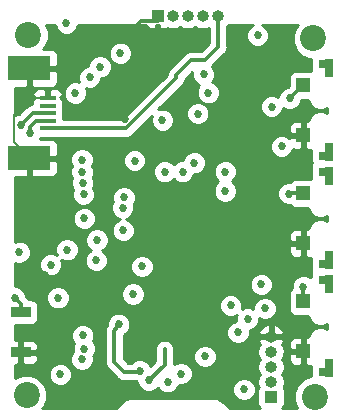
<source format=gbl>
G04 #@! TF.GenerationSoftware,KiCad,Pcbnew,(5.0.1)-4*
G04 #@! TF.CreationDate,2019-02-22T18:58:47-06:00*
G04 #@! TF.ProjectId,epoch,65706F63682E6B696361645F70636200,rev?*
G04 #@! TF.SameCoordinates,Original*
G04 #@! TF.FileFunction,Copper,L4,Bot,Signal*
G04 #@! TF.FilePolarity,Positive*
%FSLAX46Y46*%
G04 Gerber Fmt 4.6, Leading zero omitted, Abs format (unit mm)*
G04 Created by KiCad (PCBNEW (5.0.1)-4) date 2/22/2019 6:58:47 PM*
%MOMM*%
%LPD*%
G01*
G04 APERTURE LIST*
G04 #@! TA.AperFunction,SMDPad,CuDef*
%ADD10R,1.380000X0.400000*%
G04 #@! TD*
G04 #@! TA.AperFunction,SMDPad,CuDef*
%ADD11R,3.600000X2.000000*%
G04 #@! TD*
G04 #@! TA.AperFunction,ComponentPad*
%ADD12R,1.000000X1.000000*%
G04 #@! TD*
G04 #@! TA.AperFunction,ComponentPad*
%ADD13O,1.000000X1.000000*%
G04 #@! TD*
G04 #@! TA.AperFunction,SMDPad,CuDef*
%ADD14R,1.700000X0.900000*%
G04 #@! TD*
G04 #@! TA.AperFunction,SMDPad,CuDef*
%ADD15R,1.300000X0.800000*%
G04 #@! TD*
G04 #@! TA.AperFunction,SMDPad,CuDef*
%ADD16R,0.800000X1.500000*%
G04 #@! TD*
G04 #@! TA.AperFunction,SMDPad,CuDef*
%ADD17R,1.200000X1.200000*%
G04 #@! TD*
G04 #@! TA.AperFunction,ComponentPad*
%ADD18C,2.200000*%
G04 #@! TD*
G04 #@! TA.AperFunction,ViaPad*
%ADD19C,0.685800*%
G04 #@! TD*
G04 #@! TA.AperFunction,Conductor*
%ADD20C,0.300000*%
G04 #@! TD*
G04 #@! TA.AperFunction,Conductor*
%ADD21C,0.200000*%
G04 #@! TD*
G04 #@! TA.AperFunction,Conductor*
%ADD22C,0.254000*%
G04 #@! TD*
G04 APERTURE END LIST*
D10*
G04 #@! TO.P,J1,4*
G04 #@! TO.N,N/C*
X104902000Y-62103000D03*
G04 #@! TO.P,J1,2*
G04 #@! TO.N,USB_D-*
X104902000Y-63373000D03*
G04 #@! TO.P,J1,5*
G04 #@! TO.N,(GND)*
X104902000Y-61468000D03*
G04 #@! TO.P,J1,3*
G04 #@! TO.N,USB_D+*
X104902000Y-62738000D03*
G04 #@! TO.P,J1,1*
G04 #@! TO.N,VDD*
X104902000Y-64008000D03*
D11*
G04 #@! TO.P,J1,6*
G04 #@! TO.N,(GND)*
X103367000Y-58938000D03*
X103367000Y-66538000D03*
G04 #@! TD*
D12*
G04 #@! TO.P,J2,1*
G04 #@! TO.N,(+3.3)*
X123825000Y-86741000D03*
D13*
G04 #@! TO.P,J2,2*
G04 #@! TO.N,SWDIO*
X123825000Y-85471000D03*
G04 #@! TO.P,J2,3*
G04 #@! TO.N,SWDCLK*
X123825000Y-84201000D03*
G04 #@! TO.P,J2,4*
G04 #@! TO.N,RESET*
X123825000Y-82931000D03*
G04 #@! TO.P,J2,5*
G04 #@! TO.N,(GND)*
X123825000Y-81661000D03*
G04 #@! TD*
D14*
G04 #@! TO.P,SW1,1*
G04 #@! TO.N,Net-(R1-Pad1)*
X102616000Y-79580000D03*
G04 #@! TO.P,SW1,2*
G04 #@! TO.N,(GND)*
X102616000Y-82980000D03*
G04 #@! TD*
D15*
G04 #@! TO.P,DOWN1,*
G04 #@! TO.N,*
X128466000Y-84672000D03*
X128466000Y-76872000D03*
D16*
X128716000Y-84322000D03*
X128716000Y-77222000D03*
D17*
G04 #@! TO.P,DOWN1,1*
G04 #@! TO.N,(GND)*
X126566000Y-82872000D03*
G04 #@! TO.P,DOWN1,2*
G04 #@! TO.N,BUT_DWN*
X126566000Y-78672000D03*
G04 #@! TD*
D15*
G04 #@! TO.P,MID1,*
G04 #@! TO.N,*
X128466000Y-75528000D03*
X128466000Y-67728000D03*
D16*
X128716000Y-75178000D03*
X128716000Y-68078000D03*
D17*
G04 #@! TO.P,MID1,1*
G04 #@! TO.N,(GND)*
X126566000Y-73728000D03*
G04 #@! TO.P,MID1,2*
G04 #@! TO.N,BUT_MID*
X126566000Y-69528000D03*
G04 #@! TD*
D15*
G04 #@! TO.P,UP1,*
G04 #@! TO.N,*
X128466000Y-66384000D03*
X128466000Y-58584000D03*
D16*
X128716000Y-66034000D03*
X128716000Y-58934000D03*
D17*
G04 #@! TO.P,UP1,1*
G04 #@! TO.N,(GND)*
X126566000Y-64584000D03*
G04 #@! TO.P,UP1,2*
G04 #@! TO.N,BUT_UP*
X126566000Y-60384000D03*
G04 #@! TD*
D18*
G04 #@! TO.P,U6,1*
G04 #@! TO.N,N/C*
X103124000Y-86614000D03*
G04 #@! TD*
G04 #@! TO.P,U7,1*
G04 #@! TO.N,N/C*
X127381000Y-56388000D03*
G04 #@! TD*
G04 #@! TO.P,U8,1*
G04 #@! TO.N,N/C*
X127508000Y-86741000D03*
G04 #@! TD*
G04 #@! TO.P,U9,1*
G04 #@! TO.N,N/C*
X103251000Y-56134000D03*
G04 #@! TD*
D13*
G04 #@! TO.P,J3,5*
G04 #@! TO.N,VDD*
X119330000Y-54500000D03*
G04 #@! TO.P,J3,4*
G04 #@! TO.N,(+5)*
X118060000Y-54500000D03*
G04 #@! TO.P,J3,3*
G04 #@! TO.N,STAT*
X116790000Y-54500000D03*
G04 #@! TO.P,J3,2*
G04 #@! TO.N,PWR_SENSE*
X115520000Y-54500000D03*
D12*
G04 #@! TO.P,J3,1*
G04 #@! TO.N,(GND)*
X114250000Y-54500000D03*
G04 #@! TD*
D19*
G04 #@! TO.N,(+3.3)*
X113474500Y-85344000D03*
X105981500Y-84836000D03*
X105791000Y-78359000D03*
X105156000Y-75565000D03*
G04 #@! TO.N,(GND)*
X122174000Y-59563000D03*
X122301000Y-58293000D03*
X118237000Y-79502000D03*
X119888000Y-83312000D03*
X113919000Y-72644000D03*
X116205000Y-64008000D03*
X121285000Y-64135000D03*
X107188000Y-59753500D03*
X127127000Y-66929000D03*
X120269000Y-76708000D03*
X104648000Y-76454000D03*
X110426500Y-76771500D03*
X111442500Y-63182500D03*
X106489500Y-83693000D03*
X112250000Y-56000000D03*
G04 #@! TO.N,RESET*
X122999500Y-77216000D03*
X121856500Y-80137000D03*
X111315500Y-72644000D03*
X115062000Y-85471000D03*
G04 #@! TO.N,USB_D+*
X109093000Y-73469500D03*
X102616000Y-63754000D03*
G04 #@! TO.N,USB_D-*
X108013500Y-71628000D03*
X103378000Y-64389000D03*
G04 #@! TO.N,VCOM*
X110947200Y-80594200D03*
X112712500Y-84518500D03*
G04 #@! TO.N,SPI_CS*
X111252000Y-70739000D03*
X106553000Y-74295000D03*
X107823000Y-83566000D03*
G04 #@! TO.N,SPI_SI*
X108013500Y-82677000D03*
X109029500Y-75184000D03*
X107886500Y-68643500D03*
G04 #@! TO.N,SPI_CLK*
X107950000Y-69596000D03*
X107886500Y-81534000D03*
G04 #@! TO.N,EXTMODE*
X116205000Y-84772500D03*
X112903000Y-75692000D03*
G04 #@! TO.N,Net-(R1-Pad1)*
X121031000Y-81280000D03*
X123317000Y-79248000D03*
X102108000Y-78359000D03*
G04 #@! TO.N,SDA*
X108458000Y-59690000D03*
X107823000Y-66675000D03*
G04 #@! TO.N,SCL*
X118110000Y-59436000D03*
X107823000Y-67691000D03*
X111061500Y-57645310D03*
G04 #@! TO.N,Net-(R5-Pad2)*
X112141000Y-78041500D03*
X120396000Y-78994000D03*
X118500014Y-61000000D03*
G04 #@! TO.N,BUT_UP*
X125412500Y-61468000D03*
X112268000Y-66738500D03*
G04 #@! TO.N,BUT_MID*
X125349000Y-69532500D03*
X119938800Y-69316600D03*
G04 #@! TO.N,BUT_DWN*
X111379000Y-69850000D03*
X126555500Y-77406500D03*
G04 #@! TO.N,INTC*
X107251500Y-61023500D03*
X114630200Y-63322200D03*
G04 #@! TO.N,LED*
X119951500Y-67691000D03*
X124714000Y-65532000D03*
G04 #@! TO.N,32KHz*
X123875800Y-62179200D03*
X109347000Y-58801000D03*
X122682000Y-56134000D03*
G04 #@! TO.N,SWDIO*
X121539000Y-86106000D03*
X118237000Y-83312000D03*
X116332000Y-67691000D03*
G04 #@! TO.N,SWDCLK*
X114808000Y-67691000D03*
G04 #@! TO.N,(+5)*
X102500000Y-74500000D03*
X106500000Y-55105314D03*
G04 #@! TO.N,PWR_SENSE*
X117323000Y-66923000D03*
G04 #@! TO.N,STAT*
X117625401Y-62768901D03*
G04 #@! TD*
D20*
G04 #@! TO.N,(+3.3)*
X114808000Y-82697000D02*
X114808000Y-84010500D01*
X114808000Y-84010500D02*
X113474500Y-85344000D01*
X114808000Y-82697000D02*
X114808000Y-83566000D01*
D21*
G04 #@! TO.N,(GND)*
X102020699Y-65191699D02*
X102020699Y-62876101D01*
X103367000Y-66538000D02*
X102020699Y-65191699D01*
X102020699Y-62876101D02*
X103428800Y-61468000D01*
X103428800Y-61468000D02*
X104952800Y-61468000D01*
D20*
X112250000Y-55500000D02*
X112837590Y-54912410D01*
X112837590Y-54912410D02*
X114250000Y-54912410D01*
X112250000Y-55500000D02*
X112250000Y-56000000D01*
G04 #@! TO.N,USB_D+*
X103632000Y-62738000D02*
X104902000Y-62738000D01*
X102616000Y-63754000D02*
X103632000Y-62738000D01*
G04 #@! TO.N,USB_D-*
X103886000Y-63373000D02*
X104902000Y-63373000D01*
X103378000Y-63881000D02*
X103886000Y-63373000D01*
X103378000Y-64389000D02*
X103378000Y-63881000D01*
G04 #@! TO.N,VCOM*
X110553500Y-81153000D02*
X110947200Y-80594200D01*
X110553500Y-83820000D02*
X110553500Y-81153000D01*
X111379000Y-84645500D02*
X110553500Y-83820000D01*
X112585500Y-84645500D02*
X111379000Y-84645500D01*
X112712500Y-84518500D02*
X112585500Y-84645500D01*
G04 #@! TO.N,Net-(R1-Pad1)*
X102616000Y-79580000D02*
X102616000Y-78867000D01*
X102616000Y-78867000D02*
X102108000Y-78359000D01*
G04 #@! TO.N,BUT_UP*
X126566000Y-60384000D02*
X126496500Y-60384000D01*
X126496500Y-60384000D02*
X125412500Y-61468000D01*
G04 #@! TO.N,BUT_MID*
X126566000Y-69528000D02*
X125353500Y-69528000D01*
X125353500Y-69528000D02*
X125349000Y-69532500D01*
X119938800Y-69316600D02*
X119888000Y-69265800D01*
G04 #@! TO.N,BUT_DWN*
X126566000Y-78672000D02*
X126566000Y-77417000D01*
X126566000Y-77417000D02*
X126555500Y-77406500D01*
G04 #@! TO.N,VDD*
X104902000Y-64008000D02*
X105992000Y-64008000D01*
X111572046Y-64008000D02*
X115800000Y-59780046D01*
X105992000Y-64008000D02*
X111572046Y-64008000D01*
X115800000Y-59780046D02*
X115800000Y-59500000D01*
X115800000Y-59500000D02*
X117075000Y-58225000D01*
X117075000Y-58225000D02*
X118250000Y-58225000D01*
X118250000Y-58225000D02*
X119350000Y-57125000D01*
X119350000Y-57125000D02*
X119350000Y-54912410D01*
G04 #@! TD*
D22*
G04 #@! TO.N,(GND)*
G36*
X122128064Y-55304977D02*
X121852977Y-55580064D01*
X121704100Y-55939484D01*
X121704100Y-56328516D01*
X121852977Y-56687936D01*
X122128064Y-56963023D01*
X122487484Y-57111900D01*
X122876516Y-57111900D01*
X123235936Y-56963023D01*
X123511023Y-56687936D01*
X123659900Y-56328516D01*
X123659900Y-55939484D01*
X123511023Y-55580064D01*
X123235936Y-55304977D01*
X123091139Y-55245000D01*
X126070339Y-55245000D01*
X125910138Y-55405201D01*
X125646000Y-56042887D01*
X125646000Y-56733113D01*
X125910138Y-57370799D01*
X126398201Y-57858862D01*
X127035887Y-58123000D01*
X127180694Y-58123000D01*
X127168560Y-58184000D01*
X127168560Y-58984000D01*
X127200261Y-59143375D01*
X127166000Y-59136560D01*
X125966000Y-59136560D01*
X125718235Y-59185843D01*
X125508191Y-59326191D01*
X125367843Y-59536235D01*
X125318560Y-59784000D01*
X125318560Y-60451783D01*
X125280243Y-60490100D01*
X125217984Y-60490100D01*
X124858564Y-60638977D01*
X124583477Y-60914064D01*
X124434600Y-61273484D01*
X124434600Y-61355041D01*
X124429736Y-61350177D01*
X124070316Y-61201300D01*
X123681284Y-61201300D01*
X123321864Y-61350177D01*
X123046777Y-61625264D01*
X122897900Y-61984684D01*
X122897900Y-62373716D01*
X123046777Y-62733136D01*
X123321864Y-63008223D01*
X123681284Y-63157100D01*
X124070316Y-63157100D01*
X124429736Y-63008223D01*
X124704823Y-62733136D01*
X124853700Y-62373716D01*
X124853700Y-62292159D01*
X124858564Y-62297023D01*
X125217984Y-62445900D01*
X125607016Y-62445900D01*
X125966436Y-62297023D01*
X126241523Y-62021936D01*
X126390400Y-61662516D01*
X126390400Y-61631440D01*
X126964808Y-61631440D01*
X127096182Y-61948603D01*
X127401397Y-62253818D01*
X127800180Y-62419000D01*
X128231820Y-62419000D01*
X128574308Y-62277136D01*
X128574273Y-62690849D01*
X128231820Y-62549000D01*
X127800180Y-62549000D01*
X127401397Y-62714182D01*
X127096182Y-63019397D01*
X126959655Y-63349000D01*
X126851750Y-63349000D01*
X126693000Y-63507750D01*
X126693000Y-64457000D01*
X126713000Y-64457000D01*
X126713000Y-64711000D01*
X126693000Y-64711000D01*
X126693000Y-65660250D01*
X126851750Y-65819000D01*
X127201380Y-65819000D01*
X127168560Y-65984000D01*
X127168560Y-66784000D01*
X127217843Y-67031765D01*
X127234036Y-67056000D01*
X127217843Y-67080235D01*
X127168560Y-67328000D01*
X127168560Y-68128000D01*
X127200261Y-68287375D01*
X127166000Y-68280560D01*
X125966000Y-68280560D01*
X125718235Y-68329843D01*
X125508191Y-68470191D01*
X125451790Y-68554600D01*
X125154484Y-68554600D01*
X124795064Y-68703477D01*
X124519977Y-68978564D01*
X124371100Y-69337984D01*
X124371100Y-69727016D01*
X124519977Y-70086436D01*
X124795064Y-70361523D01*
X125154484Y-70510400D01*
X125457804Y-70510400D01*
X125508191Y-70585809D01*
X125718235Y-70726157D01*
X125966000Y-70775440D01*
X126964808Y-70775440D01*
X127096182Y-71092603D01*
X127401397Y-71397818D01*
X127800180Y-71563000D01*
X128231820Y-71563000D01*
X128573533Y-71421457D01*
X128573498Y-71834528D01*
X128231820Y-71693000D01*
X127800180Y-71693000D01*
X127401397Y-71858182D01*
X127096182Y-72163397D01*
X126959655Y-72493000D01*
X126851750Y-72493000D01*
X126693000Y-72651750D01*
X126693000Y-73601000D01*
X126713000Y-73601000D01*
X126713000Y-73855000D01*
X126693000Y-73855000D01*
X126693000Y-74804250D01*
X126851750Y-74963000D01*
X127201380Y-74963000D01*
X127168560Y-75128000D01*
X127168560Y-75928000D01*
X127217843Y-76175765D01*
X127234036Y-76200000D01*
X127217843Y-76224235D01*
X127168560Y-76472000D01*
X127168560Y-76636601D01*
X127109436Y-76577477D01*
X126750016Y-76428600D01*
X126360984Y-76428600D01*
X126001564Y-76577477D01*
X125726477Y-76852564D01*
X125577600Y-77211984D01*
X125577600Y-77567813D01*
X125508191Y-77614191D01*
X125367843Y-77824235D01*
X125318560Y-78072000D01*
X125318560Y-79272000D01*
X125367843Y-79519765D01*
X125508191Y-79729809D01*
X125718235Y-79870157D01*
X125966000Y-79919440D01*
X126964808Y-79919440D01*
X127096182Y-80236603D01*
X127401397Y-80541818D01*
X127800180Y-80707000D01*
X128231820Y-80707000D01*
X128572758Y-80565778D01*
X128572723Y-80978207D01*
X128231820Y-80837000D01*
X127800180Y-80837000D01*
X127401397Y-81002182D01*
X127096182Y-81307397D01*
X126959655Y-81637000D01*
X126851750Y-81637000D01*
X126693000Y-81795750D01*
X126693000Y-82745000D01*
X126713000Y-82745000D01*
X126713000Y-82999000D01*
X126693000Y-82999000D01*
X126693000Y-83948250D01*
X126851750Y-84107000D01*
X127201380Y-84107000D01*
X127168560Y-84272000D01*
X127168560Y-85006000D01*
X127162887Y-85006000D01*
X126525201Y-85270138D01*
X126037138Y-85758201D01*
X125773000Y-86395887D01*
X125773000Y-87086113D01*
X126037138Y-87723799D01*
X126044939Y-87731600D01*
X124733734Y-87731600D01*
X124782809Y-87698809D01*
X124923157Y-87488765D01*
X124972440Y-87241000D01*
X124972440Y-86241000D01*
X124923157Y-85993235D01*
X124882131Y-85931836D01*
X124894146Y-85913855D01*
X124982235Y-85471000D01*
X124894146Y-85028145D01*
X124765759Y-84836000D01*
X124894146Y-84643855D01*
X124982235Y-84201000D01*
X124894146Y-83758145D01*
X124765759Y-83566000D01*
X124894146Y-83373855D01*
X124937131Y-83157750D01*
X125331000Y-83157750D01*
X125331000Y-83598309D01*
X125427673Y-83831698D01*
X125606301Y-84010327D01*
X125839690Y-84107000D01*
X126280250Y-84107000D01*
X126439000Y-83948250D01*
X126439000Y-82999000D01*
X125489750Y-82999000D01*
X125331000Y-83157750D01*
X124937131Y-83157750D01*
X124982235Y-82931000D01*
X124894146Y-82488145D01*
X124757801Y-82284090D01*
X124812127Y-82221209D01*
X124843403Y-82145691D01*
X125331000Y-82145691D01*
X125331000Y-82586250D01*
X125489750Y-82745000D01*
X126439000Y-82745000D01*
X126439000Y-81795750D01*
X126280250Y-81637000D01*
X125839690Y-81637000D01*
X125606301Y-81733673D01*
X125427673Y-81912302D01*
X125331000Y-82145691D01*
X124843403Y-82145691D01*
X124919119Y-81962874D01*
X124792954Y-81788000D01*
X123952000Y-81788000D01*
X123952000Y-81799027D01*
X123936783Y-81796000D01*
X123713217Y-81796000D01*
X123698000Y-81799027D01*
X123698000Y-81788000D01*
X122857046Y-81788000D01*
X122730881Y-81962874D01*
X122837873Y-82221209D01*
X122892199Y-82284090D01*
X122755854Y-82488145D01*
X122667765Y-82931000D01*
X122755854Y-83373855D01*
X122884241Y-83566000D01*
X122755854Y-83758145D01*
X122667765Y-84201000D01*
X122755854Y-84643855D01*
X122884241Y-84836000D01*
X122755854Y-85028145D01*
X122667765Y-85471000D01*
X122755854Y-85913855D01*
X122767869Y-85931836D01*
X122726843Y-85993235D01*
X122677560Y-86241000D01*
X122677560Y-87241000D01*
X122726843Y-87488765D01*
X122867191Y-87698809D01*
X122916266Y-87731600D01*
X120332493Y-87731600D01*
X119713463Y-87137637D01*
X119675371Y-87080629D01*
X119605143Y-87033704D01*
X119599415Y-87028208D01*
X119542818Y-86992060D01*
X119423317Y-86912212D01*
X119415305Y-86910618D01*
X119408423Y-86906223D01*
X119266957Y-86881110D01*
X119201048Y-86868000D01*
X119193105Y-86868000D01*
X119109948Y-86853238D01*
X119042996Y-86868000D01*
X111955746Y-86868000D01*
X111874272Y-86853177D01*
X111577963Y-86917180D01*
X111391620Y-87046155D01*
X110728274Y-87731600D01*
X104460061Y-87731600D01*
X104594862Y-87596799D01*
X104859000Y-86959113D01*
X104859000Y-86268887D01*
X104594862Y-85631201D01*
X104106799Y-85143138D01*
X103469113Y-84879000D01*
X102778887Y-84879000D01*
X102141201Y-85143138D01*
X102108000Y-85176339D01*
X102108000Y-84641484D01*
X105003600Y-84641484D01*
X105003600Y-85030516D01*
X105152477Y-85389936D01*
X105427564Y-85665023D01*
X105786984Y-85813900D01*
X106176016Y-85813900D01*
X106535436Y-85665023D01*
X106810523Y-85389936D01*
X106959400Y-85030516D01*
X106959400Y-84641484D01*
X106810523Y-84282064D01*
X106535436Y-84006977D01*
X106176016Y-83858100D01*
X105786984Y-83858100D01*
X105427564Y-84006977D01*
X105152477Y-84282064D01*
X105003600Y-84641484D01*
X102108000Y-84641484D01*
X102108000Y-84065000D01*
X102330250Y-84065000D01*
X102489000Y-83906250D01*
X102489000Y-83107000D01*
X102743000Y-83107000D01*
X102743000Y-83906250D01*
X102901750Y-84065000D01*
X103592310Y-84065000D01*
X103825699Y-83968327D01*
X104004327Y-83789698D01*
X104101000Y-83556309D01*
X104101000Y-83371484D01*
X106845100Y-83371484D01*
X106845100Y-83760516D01*
X106993977Y-84119936D01*
X107269064Y-84395023D01*
X107628484Y-84543900D01*
X108017516Y-84543900D01*
X108376936Y-84395023D01*
X108652023Y-84119936D01*
X108776260Y-83820000D01*
X109753122Y-83820000D01*
X109768500Y-83897312D01*
X109768500Y-83897315D01*
X109814046Y-84126291D01*
X109987547Y-84385953D01*
X110053092Y-84429749D01*
X110769253Y-85145911D01*
X110813047Y-85211453D01*
X110878589Y-85255247D01*
X110878591Y-85255249D01*
X110953625Y-85305385D01*
X111072708Y-85384954D01*
X111301684Y-85430500D01*
X111301688Y-85430500D01*
X111378999Y-85445878D01*
X111456310Y-85430500D01*
X112358888Y-85430500D01*
X112496600Y-85487542D01*
X112496600Y-85538516D01*
X112645477Y-85897936D01*
X112920564Y-86173023D01*
X113279984Y-86321900D01*
X113669016Y-86321900D01*
X114028436Y-86173023D01*
X114216442Y-85985017D01*
X114232977Y-86024936D01*
X114508064Y-86300023D01*
X114867484Y-86448900D01*
X115256516Y-86448900D01*
X115615936Y-86300023D01*
X115891023Y-86024936D01*
X115938016Y-85911484D01*
X120561100Y-85911484D01*
X120561100Y-86300516D01*
X120709977Y-86659936D01*
X120985064Y-86935023D01*
X121344484Y-87083900D01*
X121733516Y-87083900D01*
X122092936Y-86935023D01*
X122368023Y-86659936D01*
X122516900Y-86300516D01*
X122516900Y-85911484D01*
X122368023Y-85552064D01*
X122092936Y-85276977D01*
X121733516Y-85128100D01*
X121344484Y-85128100D01*
X120985064Y-85276977D01*
X120709977Y-85552064D01*
X120561100Y-85911484D01*
X115938016Y-85911484D01*
X116005581Y-85748369D01*
X116010484Y-85750400D01*
X116399516Y-85750400D01*
X116758936Y-85601523D01*
X117034023Y-85326436D01*
X117182900Y-84967016D01*
X117182900Y-84577984D01*
X117034023Y-84218564D01*
X116758936Y-83943477D01*
X116399516Y-83794600D01*
X116010484Y-83794600D01*
X115651064Y-83943477D01*
X115604340Y-83990201D01*
X115593000Y-83933188D01*
X115593000Y-83117484D01*
X117259100Y-83117484D01*
X117259100Y-83506516D01*
X117407977Y-83865936D01*
X117683064Y-84141023D01*
X118042484Y-84289900D01*
X118431516Y-84289900D01*
X118790936Y-84141023D01*
X119066023Y-83865936D01*
X119214900Y-83506516D01*
X119214900Y-83117484D01*
X119066023Y-82758064D01*
X118790936Y-82482977D01*
X118431516Y-82334100D01*
X118042484Y-82334100D01*
X117683064Y-82482977D01*
X117407977Y-82758064D01*
X117259100Y-83117484D01*
X115593000Y-83117484D01*
X115593000Y-82619684D01*
X115547454Y-82390708D01*
X115373953Y-82131047D01*
X115114291Y-81957546D01*
X114808000Y-81896621D01*
X114501708Y-81957546D01*
X114242047Y-82131047D01*
X114068546Y-82390709D01*
X114023000Y-82619685D01*
X114023000Y-83643316D01*
X114023001Y-83643320D01*
X114023001Y-83685341D01*
X113600762Y-84107580D01*
X113541523Y-83964564D01*
X113266436Y-83689477D01*
X112907016Y-83540600D01*
X112517984Y-83540600D01*
X112158564Y-83689477D01*
X111987541Y-83860500D01*
X111704158Y-83860500D01*
X111338500Y-83494843D01*
X111338500Y-81490589D01*
X111501136Y-81423223D01*
X111776223Y-81148136D01*
X111925100Y-80788716D01*
X111925100Y-80399684D01*
X111776223Y-80040264D01*
X111501136Y-79765177D01*
X111141716Y-79616300D01*
X110752684Y-79616300D01*
X110393264Y-79765177D01*
X110118177Y-80040264D01*
X109969300Y-80399684D01*
X109969300Y-80614357D01*
X109906208Y-80708781D01*
X109867246Y-80764081D01*
X109863277Y-80773030D01*
X109814047Y-80846708D01*
X109800582Y-80914402D01*
X109772600Y-80977498D01*
X109770410Y-81066089D01*
X109768501Y-81075684D01*
X109768501Y-81143284D01*
X109764881Y-81289694D01*
X109768501Y-81299083D01*
X109768500Y-83742688D01*
X109753122Y-83820000D01*
X108776260Y-83820000D01*
X108800900Y-83760516D01*
X108800900Y-83371484D01*
X108771925Y-83301534D01*
X108842523Y-83230936D01*
X108991400Y-82871516D01*
X108991400Y-82482484D01*
X108842523Y-82123064D01*
X108742432Y-82022973D01*
X108864400Y-81728516D01*
X108864400Y-81339484D01*
X108715523Y-80980064D01*
X108440436Y-80704977D01*
X108081016Y-80556100D01*
X107691984Y-80556100D01*
X107332564Y-80704977D01*
X107057477Y-80980064D01*
X106908600Y-81339484D01*
X106908600Y-81728516D01*
X107057477Y-82087936D01*
X107157568Y-82188027D01*
X107035600Y-82482484D01*
X107035600Y-82871516D01*
X107064575Y-82941466D01*
X106993977Y-83012064D01*
X106845100Y-83371484D01*
X104101000Y-83371484D01*
X104101000Y-83265750D01*
X103942250Y-83107000D01*
X102743000Y-83107000D01*
X102489000Y-83107000D01*
X102469000Y-83107000D01*
X102469000Y-82853000D01*
X102489000Y-82853000D01*
X102489000Y-82053750D01*
X102743000Y-82053750D01*
X102743000Y-82853000D01*
X103942250Y-82853000D01*
X104101000Y-82694250D01*
X104101000Y-82403691D01*
X104004327Y-82170302D01*
X103825699Y-81991673D01*
X103592310Y-81895000D01*
X102901750Y-81895000D01*
X102743000Y-82053750D01*
X102489000Y-82053750D01*
X102330250Y-81895000D01*
X102108000Y-81895000D01*
X102108000Y-80677440D01*
X103466000Y-80677440D01*
X103713765Y-80628157D01*
X103923809Y-80487809D01*
X104064157Y-80277765D01*
X104113440Y-80030000D01*
X104113440Y-79130000D01*
X104064157Y-78882235D01*
X103923809Y-78672191D01*
X103713765Y-78531843D01*
X103466000Y-78482560D01*
X103303237Y-78482560D01*
X103260752Y-78418977D01*
X103225749Y-78366591D01*
X103225747Y-78366589D01*
X103181953Y-78301047D01*
X103116410Y-78257253D01*
X103085900Y-78226742D01*
X103085900Y-78164484D01*
X104813100Y-78164484D01*
X104813100Y-78553516D01*
X104961977Y-78912936D01*
X105237064Y-79188023D01*
X105596484Y-79336900D01*
X105985516Y-79336900D01*
X106344936Y-79188023D01*
X106620023Y-78912936D01*
X106768900Y-78553516D01*
X106768900Y-78164484D01*
X106637387Y-77846984D01*
X111163100Y-77846984D01*
X111163100Y-78236016D01*
X111311977Y-78595436D01*
X111587064Y-78870523D01*
X111946484Y-79019400D01*
X112335516Y-79019400D01*
X112694936Y-78870523D01*
X112765975Y-78799484D01*
X119418100Y-78799484D01*
X119418100Y-79188516D01*
X119566977Y-79547936D01*
X119842064Y-79823023D01*
X120201484Y-79971900D01*
X120590516Y-79971900D01*
X120923556Y-79833950D01*
X120878600Y-79942484D01*
X120878600Y-80302100D01*
X120836484Y-80302100D01*
X120477064Y-80450977D01*
X120201977Y-80726064D01*
X120053100Y-81085484D01*
X120053100Y-81474516D01*
X120201977Y-81833936D01*
X120477064Y-82109023D01*
X120836484Y-82257900D01*
X121225516Y-82257900D01*
X121584936Y-82109023D01*
X121860023Y-81833936D01*
X122008900Y-81474516D01*
X122008900Y-81359126D01*
X122730881Y-81359126D01*
X122857046Y-81534000D01*
X123698000Y-81534000D01*
X123698000Y-80691865D01*
X123952000Y-80691865D01*
X123952000Y-81534000D01*
X124792954Y-81534000D01*
X124919119Y-81359126D01*
X124812127Y-81100791D01*
X124522604Y-80765677D01*
X124126877Y-80566868D01*
X123952000Y-80691865D01*
X123698000Y-80691865D01*
X123523123Y-80566868D01*
X123127396Y-80765677D01*
X122837873Y-81100791D01*
X122730881Y-81359126D01*
X122008900Y-81359126D01*
X122008900Y-81114900D01*
X122051016Y-81114900D01*
X122410436Y-80966023D01*
X122685523Y-80690936D01*
X122834400Y-80331516D01*
X122834400Y-80106571D01*
X123122484Y-80225900D01*
X123511516Y-80225900D01*
X123870936Y-80077023D01*
X124146023Y-79801936D01*
X124294900Y-79442516D01*
X124294900Y-79053484D01*
X124146023Y-78694064D01*
X123870936Y-78418977D01*
X123511516Y-78270100D01*
X123122484Y-78270100D01*
X122763064Y-78418977D01*
X122487977Y-78694064D01*
X122339100Y-79053484D01*
X122339100Y-79278429D01*
X122051016Y-79159100D01*
X121661984Y-79159100D01*
X121328944Y-79297050D01*
X121373900Y-79188516D01*
X121373900Y-78799484D01*
X121225023Y-78440064D01*
X120949936Y-78164977D01*
X120590516Y-78016100D01*
X120201484Y-78016100D01*
X119842064Y-78164977D01*
X119566977Y-78440064D01*
X119418100Y-78799484D01*
X112765975Y-78799484D01*
X112970023Y-78595436D01*
X113118900Y-78236016D01*
X113118900Y-77846984D01*
X112970023Y-77487564D01*
X112694936Y-77212477D01*
X112335516Y-77063600D01*
X111946484Y-77063600D01*
X111587064Y-77212477D01*
X111311977Y-77487564D01*
X111163100Y-77846984D01*
X106637387Y-77846984D01*
X106620023Y-77805064D01*
X106344936Y-77529977D01*
X105985516Y-77381100D01*
X105596484Y-77381100D01*
X105237064Y-77529977D01*
X104961977Y-77805064D01*
X104813100Y-78164484D01*
X103085900Y-78164484D01*
X102937023Y-77805064D01*
X102661936Y-77529977D01*
X102302516Y-77381100D01*
X102108000Y-77381100D01*
X102108000Y-77021484D01*
X122021600Y-77021484D01*
X122021600Y-77410516D01*
X122170477Y-77769936D01*
X122445564Y-78045023D01*
X122804984Y-78193900D01*
X123194016Y-78193900D01*
X123553436Y-78045023D01*
X123828523Y-77769936D01*
X123977400Y-77410516D01*
X123977400Y-77021484D01*
X123828523Y-76662064D01*
X123553436Y-76386977D01*
X123194016Y-76238100D01*
X122804984Y-76238100D01*
X122445564Y-76386977D01*
X122170477Y-76662064D01*
X122021600Y-77021484D01*
X102108000Y-77021484D01*
X102108000Y-75396099D01*
X102305484Y-75477900D01*
X102694516Y-75477900D01*
X102953840Y-75370484D01*
X104178100Y-75370484D01*
X104178100Y-75759516D01*
X104326977Y-76118936D01*
X104602064Y-76394023D01*
X104961484Y-76542900D01*
X105350516Y-76542900D01*
X105709936Y-76394023D01*
X105985023Y-76118936D01*
X106133900Y-75759516D01*
X106133900Y-75370484D01*
X106038595Y-75140397D01*
X106358484Y-75272900D01*
X106747516Y-75272900D01*
X107106936Y-75124023D01*
X107241475Y-74989484D01*
X108051600Y-74989484D01*
X108051600Y-75378516D01*
X108200477Y-75737936D01*
X108475564Y-76013023D01*
X108834984Y-76161900D01*
X109224016Y-76161900D01*
X109583436Y-76013023D01*
X109858523Y-75737936D01*
X109958121Y-75497484D01*
X111925100Y-75497484D01*
X111925100Y-75886516D01*
X112073977Y-76245936D01*
X112349064Y-76521023D01*
X112708484Y-76669900D01*
X113097516Y-76669900D01*
X113456936Y-76521023D01*
X113732023Y-76245936D01*
X113880900Y-75886516D01*
X113880900Y-75497484D01*
X113732023Y-75138064D01*
X113456936Y-74862977D01*
X113097516Y-74714100D01*
X112708484Y-74714100D01*
X112349064Y-74862977D01*
X112073977Y-75138064D01*
X111925100Y-75497484D01*
X109958121Y-75497484D01*
X110007400Y-75378516D01*
X110007400Y-74989484D01*
X109858523Y-74630064D01*
X109583436Y-74354977D01*
X109547040Y-74339901D01*
X109646936Y-74298523D01*
X109922023Y-74023436D01*
X109926035Y-74013750D01*
X125331000Y-74013750D01*
X125331000Y-74454309D01*
X125427673Y-74687698D01*
X125606301Y-74866327D01*
X125839690Y-74963000D01*
X126280250Y-74963000D01*
X126439000Y-74804250D01*
X126439000Y-73855000D01*
X125489750Y-73855000D01*
X125331000Y-74013750D01*
X109926035Y-74013750D01*
X110070900Y-73664016D01*
X110070900Y-73274984D01*
X109922023Y-72915564D01*
X109646936Y-72640477D01*
X109287516Y-72491600D01*
X108898484Y-72491600D01*
X108539064Y-72640477D01*
X108263977Y-72915564D01*
X108115100Y-73274984D01*
X108115100Y-73664016D01*
X108263977Y-74023436D01*
X108539064Y-74298523D01*
X108575460Y-74313599D01*
X108475564Y-74354977D01*
X108200477Y-74630064D01*
X108051600Y-74989484D01*
X107241475Y-74989484D01*
X107382023Y-74848936D01*
X107530900Y-74489516D01*
X107530900Y-74100484D01*
X107382023Y-73741064D01*
X107106936Y-73465977D01*
X106747516Y-73317100D01*
X106358484Y-73317100D01*
X105999064Y-73465977D01*
X105723977Y-73741064D01*
X105575100Y-74100484D01*
X105575100Y-74489516D01*
X105670405Y-74719603D01*
X105350516Y-74587100D01*
X104961484Y-74587100D01*
X104602064Y-74735977D01*
X104326977Y-75011064D01*
X104178100Y-75370484D01*
X102953840Y-75370484D01*
X103053936Y-75329023D01*
X103329023Y-75053936D01*
X103477900Y-74694516D01*
X103477900Y-74305484D01*
X103329023Y-73946064D01*
X103053936Y-73670977D01*
X102694516Y-73522100D01*
X102305484Y-73522100D01*
X102108000Y-73603901D01*
X102108000Y-71433484D01*
X107035600Y-71433484D01*
X107035600Y-71822516D01*
X107184477Y-72181936D01*
X107459564Y-72457023D01*
X107818984Y-72605900D01*
X108208016Y-72605900D01*
X108567436Y-72457023D01*
X108842523Y-72181936D01*
X108991400Y-71822516D01*
X108991400Y-71433484D01*
X108842523Y-71074064D01*
X108567436Y-70798977D01*
X108208016Y-70650100D01*
X107818984Y-70650100D01*
X107459564Y-70798977D01*
X107184477Y-71074064D01*
X107035600Y-71433484D01*
X102108000Y-71433484D01*
X102108000Y-68173000D01*
X103081250Y-68173000D01*
X103240000Y-68014250D01*
X103240000Y-66665000D01*
X103494000Y-66665000D01*
X103494000Y-68014250D01*
X103652750Y-68173000D01*
X105293310Y-68173000D01*
X105526699Y-68076327D01*
X105705327Y-67897698D01*
X105802000Y-67664309D01*
X105802000Y-66823750D01*
X105643250Y-66665000D01*
X103494000Y-66665000D01*
X103240000Y-66665000D01*
X103220000Y-66665000D01*
X103220000Y-66480484D01*
X106845100Y-66480484D01*
X106845100Y-66869516D01*
X106974950Y-67183000D01*
X106845100Y-67496484D01*
X106845100Y-67885516D01*
X106993548Y-68243901D01*
X106908600Y-68448984D01*
X106908600Y-68838016D01*
X107057048Y-69196401D01*
X106972100Y-69401484D01*
X106972100Y-69790516D01*
X107120977Y-70149936D01*
X107396064Y-70425023D01*
X107755484Y-70573900D01*
X108144516Y-70573900D01*
X108215532Y-70544484D01*
X110274100Y-70544484D01*
X110274100Y-70933516D01*
X110422977Y-71292936D01*
X110698064Y-71568023D01*
X111027913Y-71704651D01*
X110761564Y-71814977D01*
X110486477Y-72090064D01*
X110337600Y-72449484D01*
X110337600Y-72838516D01*
X110486477Y-73197936D01*
X110761564Y-73473023D01*
X111120984Y-73621900D01*
X111510016Y-73621900D01*
X111869436Y-73473023D01*
X112144523Y-73197936D01*
X112225810Y-73001691D01*
X125331000Y-73001691D01*
X125331000Y-73442250D01*
X125489750Y-73601000D01*
X126439000Y-73601000D01*
X126439000Y-72651750D01*
X126280250Y-72493000D01*
X125839690Y-72493000D01*
X125606301Y-72589673D01*
X125427673Y-72768302D01*
X125331000Y-73001691D01*
X112225810Y-73001691D01*
X112293400Y-72838516D01*
X112293400Y-72449484D01*
X112144523Y-72090064D01*
X111869436Y-71814977D01*
X111539587Y-71678349D01*
X111805936Y-71568023D01*
X112081023Y-71292936D01*
X112229900Y-70933516D01*
X112229900Y-70544484D01*
X112182327Y-70429632D01*
X112208023Y-70403936D01*
X112356900Y-70044516D01*
X112356900Y-69655484D01*
X112208023Y-69296064D01*
X112034043Y-69122084D01*
X118960900Y-69122084D01*
X118960900Y-69511116D01*
X119109777Y-69870536D01*
X119384864Y-70145623D01*
X119744284Y-70294500D01*
X120133316Y-70294500D01*
X120492736Y-70145623D01*
X120767823Y-69870536D01*
X120916700Y-69511116D01*
X120916700Y-69122084D01*
X120767823Y-68762664D01*
X120515309Y-68510150D01*
X120780523Y-68244936D01*
X120929400Y-67885516D01*
X120929400Y-67496484D01*
X120780523Y-67137064D01*
X120505436Y-66861977D01*
X120146016Y-66713100D01*
X119756984Y-66713100D01*
X119397564Y-66861977D01*
X119122477Y-67137064D01*
X118973600Y-67496484D01*
X118973600Y-67885516D01*
X119122477Y-68244936D01*
X119374991Y-68497450D01*
X119109777Y-68762664D01*
X118960900Y-69122084D01*
X112034043Y-69122084D01*
X111932936Y-69020977D01*
X111573516Y-68872100D01*
X111184484Y-68872100D01*
X110825064Y-69020977D01*
X110549977Y-69296064D01*
X110401100Y-69655484D01*
X110401100Y-70044516D01*
X110448673Y-70159368D01*
X110422977Y-70185064D01*
X110274100Y-70544484D01*
X108215532Y-70544484D01*
X108503936Y-70425023D01*
X108779023Y-70149936D01*
X108927900Y-69790516D01*
X108927900Y-69401484D01*
X108779452Y-69043099D01*
X108864400Y-68838016D01*
X108864400Y-68448984D01*
X108715952Y-68090599D01*
X108800900Y-67885516D01*
X108800900Y-67496484D01*
X108671050Y-67183000D01*
X108800900Y-66869516D01*
X108800900Y-66543984D01*
X111290100Y-66543984D01*
X111290100Y-66933016D01*
X111438977Y-67292436D01*
X111714064Y-67567523D01*
X112073484Y-67716400D01*
X112462516Y-67716400D01*
X112821936Y-67567523D01*
X112892975Y-67496484D01*
X113830100Y-67496484D01*
X113830100Y-67885516D01*
X113978977Y-68244936D01*
X114254064Y-68520023D01*
X114613484Y-68668900D01*
X115002516Y-68668900D01*
X115361936Y-68520023D01*
X115570000Y-68311959D01*
X115778064Y-68520023D01*
X116137484Y-68668900D01*
X116526516Y-68668900D01*
X116885936Y-68520023D01*
X117161023Y-68244936D01*
X117303528Y-67900900D01*
X117517516Y-67900900D01*
X117876936Y-67752023D01*
X118152023Y-67476936D01*
X118300900Y-67117516D01*
X118300900Y-66728484D01*
X118152023Y-66369064D01*
X117876936Y-66093977D01*
X117517516Y-65945100D01*
X117128484Y-65945100D01*
X116769064Y-66093977D01*
X116493977Y-66369064D01*
X116351472Y-66713100D01*
X116137484Y-66713100D01*
X115778064Y-66861977D01*
X115570000Y-67070041D01*
X115361936Y-66861977D01*
X115002516Y-66713100D01*
X114613484Y-66713100D01*
X114254064Y-66861977D01*
X113978977Y-67137064D01*
X113830100Y-67496484D01*
X112892975Y-67496484D01*
X113097023Y-67292436D01*
X113245900Y-66933016D01*
X113245900Y-66543984D01*
X113097023Y-66184564D01*
X112821936Y-65909477D01*
X112462516Y-65760600D01*
X112073484Y-65760600D01*
X111714064Y-65909477D01*
X111438977Y-66184564D01*
X111290100Y-66543984D01*
X108800900Y-66543984D01*
X108800900Y-66480484D01*
X108652023Y-66121064D01*
X108376936Y-65845977D01*
X108017516Y-65697100D01*
X107628484Y-65697100D01*
X107269064Y-65845977D01*
X106993977Y-66121064D01*
X106845100Y-66480484D01*
X103220000Y-66480484D01*
X103220000Y-66411000D01*
X103240000Y-66411000D01*
X103240000Y-66391000D01*
X103494000Y-66391000D01*
X103494000Y-66411000D01*
X105643250Y-66411000D01*
X105802000Y-66252250D01*
X105802000Y-65411691D01*
X105771263Y-65337484D01*
X123736100Y-65337484D01*
X123736100Y-65726516D01*
X123884977Y-66085936D01*
X124160064Y-66361023D01*
X124519484Y-66509900D01*
X124908516Y-66509900D01*
X125267936Y-66361023D01*
X125543023Y-66085936D01*
X125680845Y-65753204D01*
X125839690Y-65819000D01*
X126280250Y-65819000D01*
X126439000Y-65660250D01*
X126439000Y-64711000D01*
X125489750Y-64711000D01*
X125382855Y-64817896D01*
X125267936Y-64702977D01*
X124908516Y-64554100D01*
X124519484Y-64554100D01*
X124160064Y-64702977D01*
X123884977Y-64978064D01*
X123736100Y-65337484D01*
X105771263Y-65337484D01*
X105705327Y-65178302D01*
X105526699Y-64999673D01*
X105293310Y-64903000D01*
X104223565Y-64903000D01*
X104243265Y-64855440D01*
X105592000Y-64855440D01*
X105839765Y-64806157D01*
X105859456Y-64793000D01*
X111494734Y-64793000D01*
X111572046Y-64808378D01*
X111649358Y-64793000D01*
X111649362Y-64793000D01*
X111878338Y-64747454D01*
X112137999Y-64573953D01*
X112181795Y-64508408D01*
X113715785Y-62974419D01*
X113652300Y-63127684D01*
X113652300Y-63516716D01*
X113801177Y-63876136D01*
X114076264Y-64151223D01*
X114435684Y-64300100D01*
X114824716Y-64300100D01*
X115184136Y-64151223D01*
X115459223Y-63876136D01*
X115466863Y-63857691D01*
X125331000Y-63857691D01*
X125331000Y-64298250D01*
X125489750Y-64457000D01*
X126439000Y-64457000D01*
X126439000Y-63507750D01*
X126280250Y-63349000D01*
X125839690Y-63349000D01*
X125606301Y-63445673D01*
X125427673Y-63624302D01*
X125331000Y-63857691D01*
X115466863Y-63857691D01*
X115608100Y-63516716D01*
X115608100Y-63127684D01*
X115459223Y-62768264D01*
X115265344Y-62574385D01*
X116647501Y-62574385D01*
X116647501Y-62963417D01*
X116796378Y-63322837D01*
X117071465Y-63597924D01*
X117430885Y-63746801D01*
X117819917Y-63746801D01*
X118179337Y-63597924D01*
X118454424Y-63322837D01*
X118603301Y-62963417D01*
X118603301Y-62574385D01*
X118454424Y-62214965D01*
X118179337Y-61939878D01*
X117819917Y-61791001D01*
X117430885Y-61791001D01*
X117071465Y-61939878D01*
X116796378Y-62214965D01*
X116647501Y-62574385D01*
X115265344Y-62574385D01*
X115184136Y-62493177D01*
X114824716Y-62344300D01*
X114435684Y-62344300D01*
X114282419Y-62407785D01*
X116300411Y-60389793D01*
X116365953Y-60345999D01*
X116409747Y-60280457D01*
X116409749Y-60280455D01*
X116539454Y-60086338D01*
X116547557Y-60045600D01*
X116585000Y-59857362D01*
X116585000Y-59857358D01*
X116592995Y-59817162D01*
X117132100Y-59278058D01*
X117132100Y-59630516D01*
X117280977Y-59989936D01*
X117556064Y-60265023D01*
X117765345Y-60351710D01*
X117670991Y-60446064D01*
X117522114Y-60805484D01*
X117522114Y-61194516D01*
X117670991Y-61553936D01*
X117946078Y-61829023D01*
X118305498Y-61977900D01*
X118694530Y-61977900D01*
X119053950Y-61829023D01*
X119329037Y-61553936D01*
X119477914Y-61194516D01*
X119477914Y-60805484D01*
X119329037Y-60446064D01*
X119053950Y-60170977D01*
X118844669Y-60084290D01*
X118939023Y-59989936D01*
X119087900Y-59630516D01*
X119087900Y-59241484D01*
X118939023Y-58882064D01*
X118828754Y-58771795D01*
X118859749Y-58725408D01*
X119850411Y-57734747D01*
X119915953Y-57690953D01*
X119959747Y-57625411D01*
X119959749Y-57625409D01*
X120089454Y-57431292D01*
X120101487Y-57370799D01*
X120135000Y-57202316D01*
X120135000Y-57202312D01*
X120150378Y-57125000D01*
X120135000Y-57047688D01*
X120135000Y-55327168D01*
X120148289Y-55318289D01*
X120197259Y-55245000D01*
X122272861Y-55245000D01*
X122128064Y-55304977D01*
X122128064Y-55304977D01*
G37*
X122128064Y-55304977D02*
X121852977Y-55580064D01*
X121704100Y-55939484D01*
X121704100Y-56328516D01*
X121852977Y-56687936D01*
X122128064Y-56963023D01*
X122487484Y-57111900D01*
X122876516Y-57111900D01*
X123235936Y-56963023D01*
X123511023Y-56687936D01*
X123659900Y-56328516D01*
X123659900Y-55939484D01*
X123511023Y-55580064D01*
X123235936Y-55304977D01*
X123091139Y-55245000D01*
X126070339Y-55245000D01*
X125910138Y-55405201D01*
X125646000Y-56042887D01*
X125646000Y-56733113D01*
X125910138Y-57370799D01*
X126398201Y-57858862D01*
X127035887Y-58123000D01*
X127180694Y-58123000D01*
X127168560Y-58184000D01*
X127168560Y-58984000D01*
X127200261Y-59143375D01*
X127166000Y-59136560D01*
X125966000Y-59136560D01*
X125718235Y-59185843D01*
X125508191Y-59326191D01*
X125367843Y-59536235D01*
X125318560Y-59784000D01*
X125318560Y-60451783D01*
X125280243Y-60490100D01*
X125217984Y-60490100D01*
X124858564Y-60638977D01*
X124583477Y-60914064D01*
X124434600Y-61273484D01*
X124434600Y-61355041D01*
X124429736Y-61350177D01*
X124070316Y-61201300D01*
X123681284Y-61201300D01*
X123321864Y-61350177D01*
X123046777Y-61625264D01*
X122897900Y-61984684D01*
X122897900Y-62373716D01*
X123046777Y-62733136D01*
X123321864Y-63008223D01*
X123681284Y-63157100D01*
X124070316Y-63157100D01*
X124429736Y-63008223D01*
X124704823Y-62733136D01*
X124853700Y-62373716D01*
X124853700Y-62292159D01*
X124858564Y-62297023D01*
X125217984Y-62445900D01*
X125607016Y-62445900D01*
X125966436Y-62297023D01*
X126241523Y-62021936D01*
X126390400Y-61662516D01*
X126390400Y-61631440D01*
X126964808Y-61631440D01*
X127096182Y-61948603D01*
X127401397Y-62253818D01*
X127800180Y-62419000D01*
X128231820Y-62419000D01*
X128574308Y-62277136D01*
X128574273Y-62690849D01*
X128231820Y-62549000D01*
X127800180Y-62549000D01*
X127401397Y-62714182D01*
X127096182Y-63019397D01*
X126959655Y-63349000D01*
X126851750Y-63349000D01*
X126693000Y-63507750D01*
X126693000Y-64457000D01*
X126713000Y-64457000D01*
X126713000Y-64711000D01*
X126693000Y-64711000D01*
X126693000Y-65660250D01*
X126851750Y-65819000D01*
X127201380Y-65819000D01*
X127168560Y-65984000D01*
X127168560Y-66784000D01*
X127217843Y-67031765D01*
X127234036Y-67056000D01*
X127217843Y-67080235D01*
X127168560Y-67328000D01*
X127168560Y-68128000D01*
X127200261Y-68287375D01*
X127166000Y-68280560D01*
X125966000Y-68280560D01*
X125718235Y-68329843D01*
X125508191Y-68470191D01*
X125451790Y-68554600D01*
X125154484Y-68554600D01*
X124795064Y-68703477D01*
X124519977Y-68978564D01*
X124371100Y-69337984D01*
X124371100Y-69727016D01*
X124519977Y-70086436D01*
X124795064Y-70361523D01*
X125154484Y-70510400D01*
X125457804Y-70510400D01*
X125508191Y-70585809D01*
X125718235Y-70726157D01*
X125966000Y-70775440D01*
X126964808Y-70775440D01*
X127096182Y-71092603D01*
X127401397Y-71397818D01*
X127800180Y-71563000D01*
X128231820Y-71563000D01*
X128573533Y-71421457D01*
X128573498Y-71834528D01*
X128231820Y-71693000D01*
X127800180Y-71693000D01*
X127401397Y-71858182D01*
X127096182Y-72163397D01*
X126959655Y-72493000D01*
X126851750Y-72493000D01*
X126693000Y-72651750D01*
X126693000Y-73601000D01*
X126713000Y-73601000D01*
X126713000Y-73855000D01*
X126693000Y-73855000D01*
X126693000Y-74804250D01*
X126851750Y-74963000D01*
X127201380Y-74963000D01*
X127168560Y-75128000D01*
X127168560Y-75928000D01*
X127217843Y-76175765D01*
X127234036Y-76200000D01*
X127217843Y-76224235D01*
X127168560Y-76472000D01*
X127168560Y-76636601D01*
X127109436Y-76577477D01*
X126750016Y-76428600D01*
X126360984Y-76428600D01*
X126001564Y-76577477D01*
X125726477Y-76852564D01*
X125577600Y-77211984D01*
X125577600Y-77567813D01*
X125508191Y-77614191D01*
X125367843Y-77824235D01*
X125318560Y-78072000D01*
X125318560Y-79272000D01*
X125367843Y-79519765D01*
X125508191Y-79729809D01*
X125718235Y-79870157D01*
X125966000Y-79919440D01*
X126964808Y-79919440D01*
X127096182Y-80236603D01*
X127401397Y-80541818D01*
X127800180Y-80707000D01*
X128231820Y-80707000D01*
X128572758Y-80565778D01*
X128572723Y-80978207D01*
X128231820Y-80837000D01*
X127800180Y-80837000D01*
X127401397Y-81002182D01*
X127096182Y-81307397D01*
X126959655Y-81637000D01*
X126851750Y-81637000D01*
X126693000Y-81795750D01*
X126693000Y-82745000D01*
X126713000Y-82745000D01*
X126713000Y-82999000D01*
X126693000Y-82999000D01*
X126693000Y-83948250D01*
X126851750Y-84107000D01*
X127201380Y-84107000D01*
X127168560Y-84272000D01*
X127168560Y-85006000D01*
X127162887Y-85006000D01*
X126525201Y-85270138D01*
X126037138Y-85758201D01*
X125773000Y-86395887D01*
X125773000Y-87086113D01*
X126037138Y-87723799D01*
X126044939Y-87731600D01*
X124733734Y-87731600D01*
X124782809Y-87698809D01*
X124923157Y-87488765D01*
X124972440Y-87241000D01*
X124972440Y-86241000D01*
X124923157Y-85993235D01*
X124882131Y-85931836D01*
X124894146Y-85913855D01*
X124982235Y-85471000D01*
X124894146Y-85028145D01*
X124765759Y-84836000D01*
X124894146Y-84643855D01*
X124982235Y-84201000D01*
X124894146Y-83758145D01*
X124765759Y-83566000D01*
X124894146Y-83373855D01*
X124937131Y-83157750D01*
X125331000Y-83157750D01*
X125331000Y-83598309D01*
X125427673Y-83831698D01*
X125606301Y-84010327D01*
X125839690Y-84107000D01*
X126280250Y-84107000D01*
X126439000Y-83948250D01*
X126439000Y-82999000D01*
X125489750Y-82999000D01*
X125331000Y-83157750D01*
X124937131Y-83157750D01*
X124982235Y-82931000D01*
X124894146Y-82488145D01*
X124757801Y-82284090D01*
X124812127Y-82221209D01*
X124843403Y-82145691D01*
X125331000Y-82145691D01*
X125331000Y-82586250D01*
X125489750Y-82745000D01*
X126439000Y-82745000D01*
X126439000Y-81795750D01*
X126280250Y-81637000D01*
X125839690Y-81637000D01*
X125606301Y-81733673D01*
X125427673Y-81912302D01*
X125331000Y-82145691D01*
X124843403Y-82145691D01*
X124919119Y-81962874D01*
X124792954Y-81788000D01*
X123952000Y-81788000D01*
X123952000Y-81799027D01*
X123936783Y-81796000D01*
X123713217Y-81796000D01*
X123698000Y-81799027D01*
X123698000Y-81788000D01*
X122857046Y-81788000D01*
X122730881Y-81962874D01*
X122837873Y-82221209D01*
X122892199Y-82284090D01*
X122755854Y-82488145D01*
X122667765Y-82931000D01*
X122755854Y-83373855D01*
X122884241Y-83566000D01*
X122755854Y-83758145D01*
X122667765Y-84201000D01*
X122755854Y-84643855D01*
X122884241Y-84836000D01*
X122755854Y-85028145D01*
X122667765Y-85471000D01*
X122755854Y-85913855D01*
X122767869Y-85931836D01*
X122726843Y-85993235D01*
X122677560Y-86241000D01*
X122677560Y-87241000D01*
X122726843Y-87488765D01*
X122867191Y-87698809D01*
X122916266Y-87731600D01*
X120332493Y-87731600D01*
X119713463Y-87137637D01*
X119675371Y-87080629D01*
X119605143Y-87033704D01*
X119599415Y-87028208D01*
X119542818Y-86992060D01*
X119423317Y-86912212D01*
X119415305Y-86910618D01*
X119408423Y-86906223D01*
X119266957Y-86881110D01*
X119201048Y-86868000D01*
X119193105Y-86868000D01*
X119109948Y-86853238D01*
X119042996Y-86868000D01*
X111955746Y-86868000D01*
X111874272Y-86853177D01*
X111577963Y-86917180D01*
X111391620Y-87046155D01*
X110728274Y-87731600D01*
X104460061Y-87731600D01*
X104594862Y-87596799D01*
X104859000Y-86959113D01*
X104859000Y-86268887D01*
X104594862Y-85631201D01*
X104106799Y-85143138D01*
X103469113Y-84879000D01*
X102778887Y-84879000D01*
X102141201Y-85143138D01*
X102108000Y-85176339D01*
X102108000Y-84641484D01*
X105003600Y-84641484D01*
X105003600Y-85030516D01*
X105152477Y-85389936D01*
X105427564Y-85665023D01*
X105786984Y-85813900D01*
X106176016Y-85813900D01*
X106535436Y-85665023D01*
X106810523Y-85389936D01*
X106959400Y-85030516D01*
X106959400Y-84641484D01*
X106810523Y-84282064D01*
X106535436Y-84006977D01*
X106176016Y-83858100D01*
X105786984Y-83858100D01*
X105427564Y-84006977D01*
X105152477Y-84282064D01*
X105003600Y-84641484D01*
X102108000Y-84641484D01*
X102108000Y-84065000D01*
X102330250Y-84065000D01*
X102489000Y-83906250D01*
X102489000Y-83107000D01*
X102743000Y-83107000D01*
X102743000Y-83906250D01*
X102901750Y-84065000D01*
X103592310Y-84065000D01*
X103825699Y-83968327D01*
X104004327Y-83789698D01*
X104101000Y-83556309D01*
X104101000Y-83371484D01*
X106845100Y-83371484D01*
X106845100Y-83760516D01*
X106993977Y-84119936D01*
X107269064Y-84395023D01*
X107628484Y-84543900D01*
X108017516Y-84543900D01*
X108376936Y-84395023D01*
X108652023Y-84119936D01*
X108776260Y-83820000D01*
X109753122Y-83820000D01*
X109768500Y-83897312D01*
X109768500Y-83897315D01*
X109814046Y-84126291D01*
X109987547Y-84385953D01*
X110053092Y-84429749D01*
X110769253Y-85145911D01*
X110813047Y-85211453D01*
X110878589Y-85255247D01*
X110878591Y-85255249D01*
X110953625Y-85305385D01*
X111072708Y-85384954D01*
X111301684Y-85430500D01*
X111301688Y-85430500D01*
X111378999Y-85445878D01*
X111456310Y-85430500D01*
X112358888Y-85430500D01*
X112496600Y-85487542D01*
X112496600Y-85538516D01*
X112645477Y-85897936D01*
X112920564Y-86173023D01*
X113279984Y-86321900D01*
X113669016Y-86321900D01*
X114028436Y-86173023D01*
X114216442Y-85985017D01*
X114232977Y-86024936D01*
X114508064Y-86300023D01*
X114867484Y-86448900D01*
X115256516Y-86448900D01*
X115615936Y-86300023D01*
X115891023Y-86024936D01*
X115938016Y-85911484D01*
X120561100Y-85911484D01*
X120561100Y-86300516D01*
X120709977Y-86659936D01*
X120985064Y-86935023D01*
X121344484Y-87083900D01*
X121733516Y-87083900D01*
X122092936Y-86935023D01*
X122368023Y-86659936D01*
X122516900Y-86300516D01*
X122516900Y-85911484D01*
X122368023Y-85552064D01*
X122092936Y-85276977D01*
X121733516Y-85128100D01*
X121344484Y-85128100D01*
X120985064Y-85276977D01*
X120709977Y-85552064D01*
X120561100Y-85911484D01*
X115938016Y-85911484D01*
X116005581Y-85748369D01*
X116010484Y-85750400D01*
X116399516Y-85750400D01*
X116758936Y-85601523D01*
X117034023Y-85326436D01*
X117182900Y-84967016D01*
X117182900Y-84577984D01*
X117034023Y-84218564D01*
X116758936Y-83943477D01*
X116399516Y-83794600D01*
X116010484Y-83794600D01*
X115651064Y-83943477D01*
X115604340Y-83990201D01*
X115593000Y-83933188D01*
X115593000Y-83117484D01*
X117259100Y-83117484D01*
X117259100Y-83506516D01*
X117407977Y-83865936D01*
X117683064Y-84141023D01*
X118042484Y-84289900D01*
X118431516Y-84289900D01*
X118790936Y-84141023D01*
X119066023Y-83865936D01*
X119214900Y-83506516D01*
X119214900Y-83117484D01*
X119066023Y-82758064D01*
X118790936Y-82482977D01*
X118431516Y-82334100D01*
X118042484Y-82334100D01*
X117683064Y-82482977D01*
X117407977Y-82758064D01*
X117259100Y-83117484D01*
X115593000Y-83117484D01*
X115593000Y-82619684D01*
X115547454Y-82390708D01*
X115373953Y-82131047D01*
X115114291Y-81957546D01*
X114808000Y-81896621D01*
X114501708Y-81957546D01*
X114242047Y-82131047D01*
X114068546Y-82390709D01*
X114023000Y-82619685D01*
X114023000Y-83643316D01*
X114023001Y-83643320D01*
X114023001Y-83685341D01*
X113600762Y-84107580D01*
X113541523Y-83964564D01*
X113266436Y-83689477D01*
X112907016Y-83540600D01*
X112517984Y-83540600D01*
X112158564Y-83689477D01*
X111987541Y-83860500D01*
X111704158Y-83860500D01*
X111338500Y-83494843D01*
X111338500Y-81490589D01*
X111501136Y-81423223D01*
X111776223Y-81148136D01*
X111925100Y-80788716D01*
X111925100Y-80399684D01*
X111776223Y-80040264D01*
X111501136Y-79765177D01*
X111141716Y-79616300D01*
X110752684Y-79616300D01*
X110393264Y-79765177D01*
X110118177Y-80040264D01*
X109969300Y-80399684D01*
X109969300Y-80614357D01*
X109906208Y-80708781D01*
X109867246Y-80764081D01*
X109863277Y-80773030D01*
X109814047Y-80846708D01*
X109800582Y-80914402D01*
X109772600Y-80977498D01*
X109770410Y-81066089D01*
X109768501Y-81075684D01*
X109768501Y-81143284D01*
X109764881Y-81289694D01*
X109768501Y-81299083D01*
X109768500Y-83742688D01*
X109753122Y-83820000D01*
X108776260Y-83820000D01*
X108800900Y-83760516D01*
X108800900Y-83371484D01*
X108771925Y-83301534D01*
X108842523Y-83230936D01*
X108991400Y-82871516D01*
X108991400Y-82482484D01*
X108842523Y-82123064D01*
X108742432Y-82022973D01*
X108864400Y-81728516D01*
X108864400Y-81339484D01*
X108715523Y-80980064D01*
X108440436Y-80704977D01*
X108081016Y-80556100D01*
X107691984Y-80556100D01*
X107332564Y-80704977D01*
X107057477Y-80980064D01*
X106908600Y-81339484D01*
X106908600Y-81728516D01*
X107057477Y-82087936D01*
X107157568Y-82188027D01*
X107035600Y-82482484D01*
X107035600Y-82871516D01*
X107064575Y-82941466D01*
X106993977Y-83012064D01*
X106845100Y-83371484D01*
X104101000Y-83371484D01*
X104101000Y-83265750D01*
X103942250Y-83107000D01*
X102743000Y-83107000D01*
X102489000Y-83107000D01*
X102469000Y-83107000D01*
X102469000Y-82853000D01*
X102489000Y-82853000D01*
X102489000Y-82053750D01*
X102743000Y-82053750D01*
X102743000Y-82853000D01*
X103942250Y-82853000D01*
X104101000Y-82694250D01*
X104101000Y-82403691D01*
X104004327Y-82170302D01*
X103825699Y-81991673D01*
X103592310Y-81895000D01*
X102901750Y-81895000D01*
X102743000Y-82053750D01*
X102489000Y-82053750D01*
X102330250Y-81895000D01*
X102108000Y-81895000D01*
X102108000Y-80677440D01*
X103466000Y-80677440D01*
X103713765Y-80628157D01*
X103923809Y-80487809D01*
X104064157Y-80277765D01*
X104113440Y-80030000D01*
X104113440Y-79130000D01*
X104064157Y-78882235D01*
X103923809Y-78672191D01*
X103713765Y-78531843D01*
X103466000Y-78482560D01*
X103303237Y-78482560D01*
X103260752Y-78418977D01*
X103225749Y-78366591D01*
X103225747Y-78366589D01*
X103181953Y-78301047D01*
X103116410Y-78257253D01*
X103085900Y-78226742D01*
X103085900Y-78164484D01*
X104813100Y-78164484D01*
X104813100Y-78553516D01*
X104961977Y-78912936D01*
X105237064Y-79188023D01*
X105596484Y-79336900D01*
X105985516Y-79336900D01*
X106344936Y-79188023D01*
X106620023Y-78912936D01*
X106768900Y-78553516D01*
X106768900Y-78164484D01*
X106637387Y-77846984D01*
X111163100Y-77846984D01*
X111163100Y-78236016D01*
X111311977Y-78595436D01*
X111587064Y-78870523D01*
X111946484Y-79019400D01*
X112335516Y-79019400D01*
X112694936Y-78870523D01*
X112765975Y-78799484D01*
X119418100Y-78799484D01*
X119418100Y-79188516D01*
X119566977Y-79547936D01*
X119842064Y-79823023D01*
X120201484Y-79971900D01*
X120590516Y-79971900D01*
X120923556Y-79833950D01*
X120878600Y-79942484D01*
X120878600Y-80302100D01*
X120836484Y-80302100D01*
X120477064Y-80450977D01*
X120201977Y-80726064D01*
X120053100Y-81085484D01*
X120053100Y-81474516D01*
X120201977Y-81833936D01*
X120477064Y-82109023D01*
X120836484Y-82257900D01*
X121225516Y-82257900D01*
X121584936Y-82109023D01*
X121860023Y-81833936D01*
X122008900Y-81474516D01*
X122008900Y-81359126D01*
X122730881Y-81359126D01*
X122857046Y-81534000D01*
X123698000Y-81534000D01*
X123698000Y-80691865D01*
X123952000Y-80691865D01*
X123952000Y-81534000D01*
X124792954Y-81534000D01*
X124919119Y-81359126D01*
X124812127Y-81100791D01*
X124522604Y-80765677D01*
X124126877Y-80566868D01*
X123952000Y-80691865D01*
X123698000Y-80691865D01*
X123523123Y-80566868D01*
X123127396Y-80765677D01*
X122837873Y-81100791D01*
X122730881Y-81359126D01*
X122008900Y-81359126D01*
X122008900Y-81114900D01*
X122051016Y-81114900D01*
X122410436Y-80966023D01*
X122685523Y-80690936D01*
X122834400Y-80331516D01*
X122834400Y-80106571D01*
X123122484Y-80225900D01*
X123511516Y-80225900D01*
X123870936Y-80077023D01*
X124146023Y-79801936D01*
X124294900Y-79442516D01*
X124294900Y-79053484D01*
X124146023Y-78694064D01*
X123870936Y-78418977D01*
X123511516Y-78270100D01*
X123122484Y-78270100D01*
X122763064Y-78418977D01*
X122487977Y-78694064D01*
X122339100Y-79053484D01*
X122339100Y-79278429D01*
X122051016Y-79159100D01*
X121661984Y-79159100D01*
X121328944Y-79297050D01*
X121373900Y-79188516D01*
X121373900Y-78799484D01*
X121225023Y-78440064D01*
X120949936Y-78164977D01*
X120590516Y-78016100D01*
X120201484Y-78016100D01*
X119842064Y-78164977D01*
X119566977Y-78440064D01*
X119418100Y-78799484D01*
X112765975Y-78799484D01*
X112970023Y-78595436D01*
X113118900Y-78236016D01*
X113118900Y-77846984D01*
X112970023Y-77487564D01*
X112694936Y-77212477D01*
X112335516Y-77063600D01*
X111946484Y-77063600D01*
X111587064Y-77212477D01*
X111311977Y-77487564D01*
X111163100Y-77846984D01*
X106637387Y-77846984D01*
X106620023Y-77805064D01*
X106344936Y-77529977D01*
X105985516Y-77381100D01*
X105596484Y-77381100D01*
X105237064Y-77529977D01*
X104961977Y-77805064D01*
X104813100Y-78164484D01*
X103085900Y-78164484D01*
X102937023Y-77805064D01*
X102661936Y-77529977D01*
X102302516Y-77381100D01*
X102108000Y-77381100D01*
X102108000Y-77021484D01*
X122021600Y-77021484D01*
X122021600Y-77410516D01*
X122170477Y-77769936D01*
X122445564Y-78045023D01*
X122804984Y-78193900D01*
X123194016Y-78193900D01*
X123553436Y-78045023D01*
X123828523Y-77769936D01*
X123977400Y-77410516D01*
X123977400Y-77021484D01*
X123828523Y-76662064D01*
X123553436Y-76386977D01*
X123194016Y-76238100D01*
X122804984Y-76238100D01*
X122445564Y-76386977D01*
X122170477Y-76662064D01*
X122021600Y-77021484D01*
X102108000Y-77021484D01*
X102108000Y-75396099D01*
X102305484Y-75477900D01*
X102694516Y-75477900D01*
X102953840Y-75370484D01*
X104178100Y-75370484D01*
X104178100Y-75759516D01*
X104326977Y-76118936D01*
X104602064Y-76394023D01*
X104961484Y-76542900D01*
X105350516Y-76542900D01*
X105709936Y-76394023D01*
X105985023Y-76118936D01*
X106133900Y-75759516D01*
X106133900Y-75370484D01*
X106038595Y-75140397D01*
X106358484Y-75272900D01*
X106747516Y-75272900D01*
X107106936Y-75124023D01*
X107241475Y-74989484D01*
X108051600Y-74989484D01*
X108051600Y-75378516D01*
X108200477Y-75737936D01*
X108475564Y-76013023D01*
X108834984Y-76161900D01*
X109224016Y-76161900D01*
X109583436Y-76013023D01*
X109858523Y-75737936D01*
X109958121Y-75497484D01*
X111925100Y-75497484D01*
X111925100Y-75886516D01*
X112073977Y-76245936D01*
X112349064Y-76521023D01*
X112708484Y-76669900D01*
X113097516Y-76669900D01*
X113456936Y-76521023D01*
X113732023Y-76245936D01*
X113880900Y-75886516D01*
X113880900Y-75497484D01*
X113732023Y-75138064D01*
X113456936Y-74862977D01*
X113097516Y-74714100D01*
X112708484Y-74714100D01*
X112349064Y-74862977D01*
X112073977Y-75138064D01*
X111925100Y-75497484D01*
X109958121Y-75497484D01*
X110007400Y-75378516D01*
X110007400Y-74989484D01*
X109858523Y-74630064D01*
X109583436Y-74354977D01*
X109547040Y-74339901D01*
X109646936Y-74298523D01*
X109922023Y-74023436D01*
X109926035Y-74013750D01*
X125331000Y-74013750D01*
X125331000Y-74454309D01*
X125427673Y-74687698D01*
X125606301Y-74866327D01*
X125839690Y-74963000D01*
X126280250Y-74963000D01*
X126439000Y-74804250D01*
X126439000Y-73855000D01*
X125489750Y-73855000D01*
X125331000Y-74013750D01*
X109926035Y-74013750D01*
X110070900Y-73664016D01*
X110070900Y-73274984D01*
X109922023Y-72915564D01*
X109646936Y-72640477D01*
X109287516Y-72491600D01*
X108898484Y-72491600D01*
X108539064Y-72640477D01*
X108263977Y-72915564D01*
X108115100Y-73274984D01*
X108115100Y-73664016D01*
X108263977Y-74023436D01*
X108539064Y-74298523D01*
X108575460Y-74313599D01*
X108475564Y-74354977D01*
X108200477Y-74630064D01*
X108051600Y-74989484D01*
X107241475Y-74989484D01*
X107382023Y-74848936D01*
X107530900Y-74489516D01*
X107530900Y-74100484D01*
X107382023Y-73741064D01*
X107106936Y-73465977D01*
X106747516Y-73317100D01*
X106358484Y-73317100D01*
X105999064Y-73465977D01*
X105723977Y-73741064D01*
X105575100Y-74100484D01*
X105575100Y-74489516D01*
X105670405Y-74719603D01*
X105350516Y-74587100D01*
X104961484Y-74587100D01*
X104602064Y-74735977D01*
X104326977Y-75011064D01*
X104178100Y-75370484D01*
X102953840Y-75370484D01*
X103053936Y-75329023D01*
X103329023Y-75053936D01*
X103477900Y-74694516D01*
X103477900Y-74305484D01*
X103329023Y-73946064D01*
X103053936Y-73670977D01*
X102694516Y-73522100D01*
X102305484Y-73522100D01*
X102108000Y-73603901D01*
X102108000Y-71433484D01*
X107035600Y-71433484D01*
X107035600Y-71822516D01*
X107184477Y-72181936D01*
X107459564Y-72457023D01*
X107818984Y-72605900D01*
X108208016Y-72605900D01*
X108567436Y-72457023D01*
X108842523Y-72181936D01*
X108991400Y-71822516D01*
X108991400Y-71433484D01*
X108842523Y-71074064D01*
X108567436Y-70798977D01*
X108208016Y-70650100D01*
X107818984Y-70650100D01*
X107459564Y-70798977D01*
X107184477Y-71074064D01*
X107035600Y-71433484D01*
X102108000Y-71433484D01*
X102108000Y-68173000D01*
X103081250Y-68173000D01*
X103240000Y-68014250D01*
X103240000Y-66665000D01*
X103494000Y-66665000D01*
X103494000Y-68014250D01*
X103652750Y-68173000D01*
X105293310Y-68173000D01*
X105526699Y-68076327D01*
X105705327Y-67897698D01*
X105802000Y-67664309D01*
X105802000Y-66823750D01*
X105643250Y-66665000D01*
X103494000Y-66665000D01*
X103240000Y-66665000D01*
X103220000Y-66665000D01*
X103220000Y-66480484D01*
X106845100Y-66480484D01*
X106845100Y-66869516D01*
X106974950Y-67183000D01*
X106845100Y-67496484D01*
X106845100Y-67885516D01*
X106993548Y-68243901D01*
X106908600Y-68448984D01*
X106908600Y-68838016D01*
X107057048Y-69196401D01*
X106972100Y-69401484D01*
X106972100Y-69790516D01*
X107120977Y-70149936D01*
X107396064Y-70425023D01*
X107755484Y-70573900D01*
X108144516Y-70573900D01*
X108215532Y-70544484D01*
X110274100Y-70544484D01*
X110274100Y-70933516D01*
X110422977Y-71292936D01*
X110698064Y-71568023D01*
X111027913Y-71704651D01*
X110761564Y-71814977D01*
X110486477Y-72090064D01*
X110337600Y-72449484D01*
X110337600Y-72838516D01*
X110486477Y-73197936D01*
X110761564Y-73473023D01*
X111120984Y-73621900D01*
X111510016Y-73621900D01*
X111869436Y-73473023D01*
X112144523Y-73197936D01*
X112225810Y-73001691D01*
X125331000Y-73001691D01*
X125331000Y-73442250D01*
X125489750Y-73601000D01*
X126439000Y-73601000D01*
X126439000Y-72651750D01*
X126280250Y-72493000D01*
X125839690Y-72493000D01*
X125606301Y-72589673D01*
X125427673Y-72768302D01*
X125331000Y-73001691D01*
X112225810Y-73001691D01*
X112293400Y-72838516D01*
X112293400Y-72449484D01*
X112144523Y-72090064D01*
X111869436Y-71814977D01*
X111539587Y-71678349D01*
X111805936Y-71568023D01*
X112081023Y-71292936D01*
X112229900Y-70933516D01*
X112229900Y-70544484D01*
X112182327Y-70429632D01*
X112208023Y-70403936D01*
X112356900Y-70044516D01*
X112356900Y-69655484D01*
X112208023Y-69296064D01*
X112034043Y-69122084D01*
X118960900Y-69122084D01*
X118960900Y-69511116D01*
X119109777Y-69870536D01*
X119384864Y-70145623D01*
X119744284Y-70294500D01*
X120133316Y-70294500D01*
X120492736Y-70145623D01*
X120767823Y-69870536D01*
X120916700Y-69511116D01*
X120916700Y-69122084D01*
X120767823Y-68762664D01*
X120515309Y-68510150D01*
X120780523Y-68244936D01*
X120929400Y-67885516D01*
X120929400Y-67496484D01*
X120780523Y-67137064D01*
X120505436Y-66861977D01*
X120146016Y-66713100D01*
X119756984Y-66713100D01*
X119397564Y-66861977D01*
X119122477Y-67137064D01*
X118973600Y-67496484D01*
X118973600Y-67885516D01*
X119122477Y-68244936D01*
X119374991Y-68497450D01*
X119109777Y-68762664D01*
X118960900Y-69122084D01*
X112034043Y-69122084D01*
X111932936Y-69020977D01*
X111573516Y-68872100D01*
X111184484Y-68872100D01*
X110825064Y-69020977D01*
X110549977Y-69296064D01*
X110401100Y-69655484D01*
X110401100Y-70044516D01*
X110448673Y-70159368D01*
X110422977Y-70185064D01*
X110274100Y-70544484D01*
X108215532Y-70544484D01*
X108503936Y-70425023D01*
X108779023Y-70149936D01*
X108927900Y-69790516D01*
X108927900Y-69401484D01*
X108779452Y-69043099D01*
X108864400Y-68838016D01*
X108864400Y-68448984D01*
X108715952Y-68090599D01*
X108800900Y-67885516D01*
X108800900Y-67496484D01*
X108671050Y-67183000D01*
X108800900Y-66869516D01*
X108800900Y-66543984D01*
X111290100Y-66543984D01*
X111290100Y-66933016D01*
X111438977Y-67292436D01*
X111714064Y-67567523D01*
X112073484Y-67716400D01*
X112462516Y-67716400D01*
X112821936Y-67567523D01*
X112892975Y-67496484D01*
X113830100Y-67496484D01*
X113830100Y-67885516D01*
X113978977Y-68244936D01*
X114254064Y-68520023D01*
X114613484Y-68668900D01*
X115002516Y-68668900D01*
X115361936Y-68520023D01*
X115570000Y-68311959D01*
X115778064Y-68520023D01*
X116137484Y-68668900D01*
X116526516Y-68668900D01*
X116885936Y-68520023D01*
X117161023Y-68244936D01*
X117303528Y-67900900D01*
X117517516Y-67900900D01*
X117876936Y-67752023D01*
X118152023Y-67476936D01*
X118300900Y-67117516D01*
X118300900Y-66728484D01*
X118152023Y-66369064D01*
X117876936Y-66093977D01*
X117517516Y-65945100D01*
X117128484Y-65945100D01*
X116769064Y-66093977D01*
X116493977Y-66369064D01*
X116351472Y-66713100D01*
X116137484Y-66713100D01*
X115778064Y-66861977D01*
X115570000Y-67070041D01*
X115361936Y-66861977D01*
X115002516Y-66713100D01*
X114613484Y-66713100D01*
X114254064Y-66861977D01*
X113978977Y-67137064D01*
X113830100Y-67496484D01*
X112892975Y-67496484D01*
X113097023Y-67292436D01*
X113245900Y-66933016D01*
X113245900Y-66543984D01*
X113097023Y-66184564D01*
X112821936Y-65909477D01*
X112462516Y-65760600D01*
X112073484Y-65760600D01*
X111714064Y-65909477D01*
X111438977Y-66184564D01*
X111290100Y-66543984D01*
X108800900Y-66543984D01*
X108800900Y-66480484D01*
X108652023Y-66121064D01*
X108376936Y-65845977D01*
X108017516Y-65697100D01*
X107628484Y-65697100D01*
X107269064Y-65845977D01*
X106993977Y-66121064D01*
X106845100Y-66480484D01*
X103220000Y-66480484D01*
X103220000Y-66411000D01*
X103240000Y-66411000D01*
X103240000Y-66391000D01*
X103494000Y-66391000D01*
X103494000Y-66411000D01*
X105643250Y-66411000D01*
X105802000Y-66252250D01*
X105802000Y-65411691D01*
X105771263Y-65337484D01*
X123736100Y-65337484D01*
X123736100Y-65726516D01*
X123884977Y-66085936D01*
X124160064Y-66361023D01*
X124519484Y-66509900D01*
X124908516Y-66509900D01*
X125267936Y-66361023D01*
X125543023Y-66085936D01*
X125680845Y-65753204D01*
X125839690Y-65819000D01*
X126280250Y-65819000D01*
X126439000Y-65660250D01*
X126439000Y-64711000D01*
X125489750Y-64711000D01*
X125382855Y-64817896D01*
X125267936Y-64702977D01*
X124908516Y-64554100D01*
X124519484Y-64554100D01*
X124160064Y-64702977D01*
X123884977Y-64978064D01*
X123736100Y-65337484D01*
X105771263Y-65337484D01*
X105705327Y-65178302D01*
X105526699Y-64999673D01*
X105293310Y-64903000D01*
X104223565Y-64903000D01*
X104243265Y-64855440D01*
X105592000Y-64855440D01*
X105839765Y-64806157D01*
X105859456Y-64793000D01*
X111494734Y-64793000D01*
X111572046Y-64808378D01*
X111649358Y-64793000D01*
X111649362Y-64793000D01*
X111878338Y-64747454D01*
X112137999Y-64573953D01*
X112181795Y-64508408D01*
X113715785Y-62974419D01*
X113652300Y-63127684D01*
X113652300Y-63516716D01*
X113801177Y-63876136D01*
X114076264Y-64151223D01*
X114435684Y-64300100D01*
X114824716Y-64300100D01*
X115184136Y-64151223D01*
X115459223Y-63876136D01*
X115466863Y-63857691D01*
X125331000Y-63857691D01*
X125331000Y-64298250D01*
X125489750Y-64457000D01*
X126439000Y-64457000D01*
X126439000Y-63507750D01*
X126280250Y-63349000D01*
X125839690Y-63349000D01*
X125606301Y-63445673D01*
X125427673Y-63624302D01*
X125331000Y-63857691D01*
X115466863Y-63857691D01*
X115608100Y-63516716D01*
X115608100Y-63127684D01*
X115459223Y-62768264D01*
X115265344Y-62574385D01*
X116647501Y-62574385D01*
X116647501Y-62963417D01*
X116796378Y-63322837D01*
X117071465Y-63597924D01*
X117430885Y-63746801D01*
X117819917Y-63746801D01*
X118179337Y-63597924D01*
X118454424Y-63322837D01*
X118603301Y-62963417D01*
X118603301Y-62574385D01*
X118454424Y-62214965D01*
X118179337Y-61939878D01*
X117819917Y-61791001D01*
X117430885Y-61791001D01*
X117071465Y-61939878D01*
X116796378Y-62214965D01*
X116647501Y-62574385D01*
X115265344Y-62574385D01*
X115184136Y-62493177D01*
X114824716Y-62344300D01*
X114435684Y-62344300D01*
X114282419Y-62407785D01*
X116300411Y-60389793D01*
X116365953Y-60345999D01*
X116409747Y-60280457D01*
X116409749Y-60280455D01*
X116539454Y-60086338D01*
X116547557Y-60045600D01*
X116585000Y-59857362D01*
X116585000Y-59857358D01*
X116592995Y-59817162D01*
X117132100Y-59278058D01*
X117132100Y-59630516D01*
X117280977Y-59989936D01*
X117556064Y-60265023D01*
X117765345Y-60351710D01*
X117670991Y-60446064D01*
X117522114Y-60805484D01*
X117522114Y-61194516D01*
X117670991Y-61553936D01*
X117946078Y-61829023D01*
X118305498Y-61977900D01*
X118694530Y-61977900D01*
X119053950Y-61829023D01*
X119329037Y-61553936D01*
X119477914Y-61194516D01*
X119477914Y-60805484D01*
X119329037Y-60446064D01*
X119053950Y-60170977D01*
X118844669Y-60084290D01*
X118939023Y-59989936D01*
X119087900Y-59630516D01*
X119087900Y-59241484D01*
X118939023Y-58882064D01*
X118828754Y-58771795D01*
X118859749Y-58725408D01*
X119850411Y-57734747D01*
X119915953Y-57690953D01*
X119959747Y-57625411D01*
X119959749Y-57625409D01*
X120089454Y-57431292D01*
X120101487Y-57370799D01*
X120135000Y-57202316D01*
X120135000Y-57202312D01*
X120150378Y-57125000D01*
X120135000Y-57047688D01*
X120135000Y-55327168D01*
X120148289Y-55318289D01*
X120197259Y-55245000D01*
X122272861Y-55245000D01*
X122128064Y-55304977D01*
G36*
X105522100Y-55299830D02*
X105670977Y-55659250D01*
X105946064Y-55934337D01*
X106305484Y-56083214D01*
X106694516Y-56083214D01*
X107053936Y-55934337D01*
X107329023Y-55659250D01*
X107477900Y-55299830D01*
X107477900Y-55245000D01*
X113164163Y-55245000D01*
X113211673Y-55359698D01*
X113390301Y-55538327D01*
X113623690Y-55635000D01*
X113964250Y-55635000D01*
X114123000Y-55476250D01*
X114123000Y-55245000D01*
X114377000Y-55245000D01*
X114377000Y-55476250D01*
X114535750Y-55635000D01*
X114876310Y-55635000D01*
X115061130Y-55558445D01*
X115077145Y-55569146D01*
X115408217Y-55635000D01*
X115631783Y-55635000D01*
X115962855Y-55569146D01*
X116155000Y-55440759D01*
X116347145Y-55569146D01*
X116678217Y-55635000D01*
X116901783Y-55635000D01*
X117232855Y-55569146D01*
X117425000Y-55440759D01*
X117617145Y-55569146D01*
X117948217Y-55635000D01*
X118171783Y-55635000D01*
X118502855Y-55569146D01*
X118565001Y-55527622D01*
X118565000Y-56799842D01*
X117924843Y-57440000D01*
X117152310Y-57440000D01*
X117074999Y-57424622D01*
X116997688Y-57440000D01*
X116997684Y-57440000D01*
X116768708Y-57485546D01*
X116692361Y-57536560D01*
X116574591Y-57615251D01*
X116574589Y-57615253D01*
X116509047Y-57659047D01*
X116465253Y-57724589D01*
X115299591Y-58890252D01*
X115234047Y-58934047D01*
X115060546Y-59193708D01*
X115015000Y-59422684D01*
X115015000Y-59422688D01*
X115007005Y-59462883D01*
X111246889Y-63223000D01*
X106239440Y-63223000D01*
X106239440Y-63173000D01*
X106216068Y-63055500D01*
X106239440Y-62938000D01*
X106239440Y-62538000D01*
X106216068Y-62420500D01*
X106239440Y-62303000D01*
X106239440Y-61903000D01*
X106220798Y-61809281D01*
X106227000Y-61794309D01*
X106227000Y-61726750D01*
X106198766Y-61698516D01*
X106190157Y-61655235D01*
X106049809Y-61445191D01*
X105934285Y-61368000D01*
X106068250Y-61368000D01*
X106227000Y-61209250D01*
X106227000Y-61141691D01*
X106130327Y-60908302D01*
X106051010Y-60828984D01*
X106273600Y-60828984D01*
X106273600Y-61218016D01*
X106422477Y-61577436D01*
X106697564Y-61852523D01*
X107056984Y-62001400D01*
X107446016Y-62001400D01*
X107805436Y-61852523D01*
X108080523Y-61577436D01*
X108229400Y-61218016D01*
X108229400Y-60828984D01*
X108141799Y-60617496D01*
X108263484Y-60667900D01*
X108652516Y-60667900D01*
X109011936Y-60519023D01*
X109287023Y-60243936D01*
X109435900Y-59884516D01*
X109435900Y-59778900D01*
X109541516Y-59778900D01*
X109900936Y-59630023D01*
X110176023Y-59354936D01*
X110324900Y-58995516D01*
X110324900Y-58606484D01*
X110176023Y-58247064D01*
X109900936Y-57971977D01*
X109541516Y-57823100D01*
X109152484Y-57823100D01*
X108793064Y-57971977D01*
X108517977Y-58247064D01*
X108369100Y-58606484D01*
X108369100Y-58712100D01*
X108263484Y-58712100D01*
X107904064Y-58860977D01*
X107628977Y-59136064D01*
X107480100Y-59495484D01*
X107480100Y-59884516D01*
X107567701Y-60096004D01*
X107446016Y-60045600D01*
X107056984Y-60045600D01*
X106697564Y-60194477D01*
X106422477Y-60469564D01*
X106273600Y-60828984D01*
X106051010Y-60828984D01*
X105951699Y-60729673D01*
X105718310Y-60633000D01*
X105187750Y-60633000D01*
X105029000Y-60791750D01*
X105029000Y-61255560D01*
X104775000Y-61255560D01*
X104775000Y-60791750D01*
X104616250Y-60633000D01*
X104085690Y-60633000D01*
X103852301Y-60729673D01*
X103673673Y-60908302D01*
X103577000Y-61141691D01*
X103577000Y-61209250D01*
X103735750Y-61368000D01*
X103869715Y-61368000D01*
X103754191Y-61445191D01*
X103613843Y-61655235D01*
X103605234Y-61698516D01*
X103577000Y-61726750D01*
X103577000Y-61794309D01*
X103583202Y-61809281D01*
X103564560Y-61903000D01*
X103564560Y-61951036D01*
X103554688Y-61953000D01*
X103554684Y-61953000D01*
X103325708Y-61998546D01*
X103131591Y-62128251D01*
X103131589Y-62128253D01*
X103066047Y-62172047D01*
X103022253Y-62237589D01*
X102483743Y-62776100D01*
X102421484Y-62776100D01*
X102108000Y-62905950D01*
X102108000Y-60573000D01*
X103081250Y-60573000D01*
X103240000Y-60414250D01*
X103240000Y-59065000D01*
X103494000Y-59065000D01*
X103494000Y-60414250D01*
X103652750Y-60573000D01*
X105293310Y-60573000D01*
X105526699Y-60476327D01*
X105705327Y-60297698D01*
X105802000Y-60064309D01*
X105802000Y-59223750D01*
X105643250Y-59065000D01*
X103494000Y-59065000D01*
X103240000Y-59065000D01*
X103220000Y-59065000D01*
X103220000Y-58811000D01*
X103240000Y-58811000D01*
X103240000Y-58791000D01*
X103494000Y-58791000D01*
X103494000Y-58811000D01*
X105643250Y-58811000D01*
X105802000Y-58652250D01*
X105802000Y-57811691D01*
X105705327Y-57578302D01*
X105577820Y-57450794D01*
X110083600Y-57450794D01*
X110083600Y-57839826D01*
X110232477Y-58199246D01*
X110507564Y-58474333D01*
X110866984Y-58623210D01*
X111256016Y-58623210D01*
X111615436Y-58474333D01*
X111890523Y-58199246D01*
X112039400Y-57839826D01*
X112039400Y-57450794D01*
X111890523Y-57091374D01*
X111615436Y-56816287D01*
X111256016Y-56667410D01*
X110866984Y-56667410D01*
X110507564Y-56816287D01*
X110232477Y-57091374D01*
X110083600Y-57450794D01*
X105577820Y-57450794D01*
X105526699Y-57399673D01*
X105293310Y-57303000D01*
X104535661Y-57303000D01*
X104721862Y-57116799D01*
X104986000Y-56479113D01*
X104986000Y-55788887D01*
X104760715Y-55245000D01*
X105522100Y-55245000D01*
X105522100Y-55299830D01*
X105522100Y-55299830D01*
G37*
X105522100Y-55299830D02*
X105670977Y-55659250D01*
X105946064Y-55934337D01*
X106305484Y-56083214D01*
X106694516Y-56083214D01*
X107053936Y-55934337D01*
X107329023Y-55659250D01*
X107477900Y-55299830D01*
X107477900Y-55245000D01*
X113164163Y-55245000D01*
X113211673Y-55359698D01*
X113390301Y-55538327D01*
X113623690Y-55635000D01*
X113964250Y-55635000D01*
X114123000Y-55476250D01*
X114123000Y-55245000D01*
X114377000Y-55245000D01*
X114377000Y-55476250D01*
X114535750Y-55635000D01*
X114876310Y-55635000D01*
X115061130Y-55558445D01*
X115077145Y-55569146D01*
X115408217Y-55635000D01*
X115631783Y-55635000D01*
X115962855Y-55569146D01*
X116155000Y-55440759D01*
X116347145Y-55569146D01*
X116678217Y-55635000D01*
X116901783Y-55635000D01*
X117232855Y-55569146D01*
X117425000Y-55440759D01*
X117617145Y-55569146D01*
X117948217Y-55635000D01*
X118171783Y-55635000D01*
X118502855Y-55569146D01*
X118565001Y-55527622D01*
X118565000Y-56799842D01*
X117924843Y-57440000D01*
X117152310Y-57440000D01*
X117074999Y-57424622D01*
X116997688Y-57440000D01*
X116997684Y-57440000D01*
X116768708Y-57485546D01*
X116692361Y-57536560D01*
X116574591Y-57615251D01*
X116574589Y-57615253D01*
X116509047Y-57659047D01*
X116465253Y-57724589D01*
X115299591Y-58890252D01*
X115234047Y-58934047D01*
X115060546Y-59193708D01*
X115015000Y-59422684D01*
X115015000Y-59422688D01*
X115007005Y-59462883D01*
X111246889Y-63223000D01*
X106239440Y-63223000D01*
X106239440Y-63173000D01*
X106216068Y-63055500D01*
X106239440Y-62938000D01*
X106239440Y-62538000D01*
X106216068Y-62420500D01*
X106239440Y-62303000D01*
X106239440Y-61903000D01*
X106220798Y-61809281D01*
X106227000Y-61794309D01*
X106227000Y-61726750D01*
X106198766Y-61698516D01*
X106190157Y-61655235D01*
X106049809Y-61445191D01*
X105934285Y-61368000D01*
X106068250Y-61368000D01*
X106227000Y-61209250D01*
X106227000Y-61141691D01*
X106130327Y-60908302D01*
X106051010Y-60828984D01*
X106273600Y-60828984D01*
X106273600Y-61218016D01*
X106422477Y-61577436D01*
X106697564Y-61852523D01*
X107056984Y-62001400D01*
X107446016Y-62001400D01*
X107805436Y-61852523D01*
X108080523Y-61577436D01*
X108229400Y-61218016D01*
X108229400Y-60828984D01*
X108141799Y-60617496D01*
X108263484Y-60667900D01*
X108652516Y-60667900D01*
X109011936Y-60519023D01*
X109287023Y-60243936D01*
X109435900Y-59884516D01*
X109435900Y-59778900D01*
X109541516Y-59778900D01*
X109900936Y-59630023D01*
X110176023Y-59354936D01*
X110324900Y-58995516D01*
X110324900Y-58606484D01*
X110176023Y-58247064D01*
X109900936Y-57971977D01*
X109541516Y-57823100D01*
X109152484Y-57823100D01*
X108793064Y-57971977D01*
X108517977Y-58247064D01*
X108369100Y-58606484D01*
X108369100Y-58712100D01*
X108263484Y-58712100D01*
X107904064Y-58860977D01*
X107628977Y-59136064D01*
X107480100Y-59495484D01*
X107480100Y-59884516D01*
X107567701Y-60096004D01*
X107446016Y-60045600D01*
X107056984Y-60045600D01*
X106697564Y-60194477D01*
X106422477Y-60469564D01*
X106273600Y-60828984D01*
X106051010Y-60828984D01*
X105951699Y-60729673D01*
X105718310Y-60633000D01*
X105187750Y-60633000D01*
X105029000Y-60791750D01*
X105029000Y-61255560D01*
X104775000Y-61255560D01*
X104775000Y-60791750D01*
X104616250Y-60633000D01*
X104085690Y-60633000D01*
X103852301Y-60729673D01*
X103673673Y-60908302D01*
X103577000Y-61141691D01*
X103577000Y-61209250D01*
X103735750Y-61368000D01*
X103869715Y-61368000D01*
X103754191Y-61445191D01*
X103613843Y-61655235D01*
X103605234Y-61698516D01*
X103577000Y-61726750D01*
X103577000Y-61794309D01*
X103583202Y-61809281D01*
X103564560Y-61903000D01*
X103564560Y-61951036D01*
X103554688Y-61953000D01*
X103554684Y-61953000D01*
X103325708Y-61998546D01*
X103131591Y-62128251D01*
X103131589Y-62128253D01*
X103066047Y-62172047D01*
X103022253Y-62237589D01*
X102483743Y-62776100D01*
X102421484Y-62776100D01*
X102108000Y-62905950D01*
X102108000Y-60573000D01*
X103081250Y-60573000D01*
X103240000Y-60414250D01*
X103240000Y-59065000D01*
X103494000Y-59065000D01*
X103494000Y-60414250D01*
X103652750Y-60573000D01*
X105293310Y-60573000D01*
X105526699Y-60476327D01*
X105705327Y-60297698D01*
X105802000Y-60064309D01*
X105802000Y-59223750D01*
X105643250Y-59065000D01*
X103494000Y-59065000D01*
X103240000Y-59065000D01*
X103220000Y-59065000D01*
X103220000Y-58811000D01*
X103240000Y-58811000D01*
X103240000Y-58791000D01*
X103494000Y-58791000D01*
X103494000Y-58811000D01*
X105643250Y-58811000D01*
X105802000Y-58652250D01*
X105802000Y-57811691D01*
X105705327Y-57578302D01*
X105577820Y-57450794D01*
X110083600Y-57450794D01*
X110083600Y-57839826D01*
X110232477Y-58199246D01*
X110507564Y-58474333D01*
X110866984Y-58623210D01*
X111256016Y-58623210D01*
X111615436Y-58474333D01*
X111890523Y-58199246D01*
X112039400Y-57839826D01*
X112039400Y-57450794D01*
X111890523Y-57091374D01*
X111615436Y-56816287D01*
X111256016Y-56667410D01*
X110866984Y-56667410D01*
X110507564Y-56816287D01*
X110232477Y-57091374D01*
X110083600Y-57450794D01*
X105577820Y-57450794D01*
X105526699Y-57399673D01*
X105293310Y-57303000D01*
X104535661Y-57303000D01*
X104721862Y-57116799D01*
X104986000Y-56479113D01*
X104986000Y-55788887D01*
X104760715Y-55245000D01*
X105522100Y-55245000D01*
X105522100Y-55299830D01*
G04 #@! TD*
M02*

</source>
